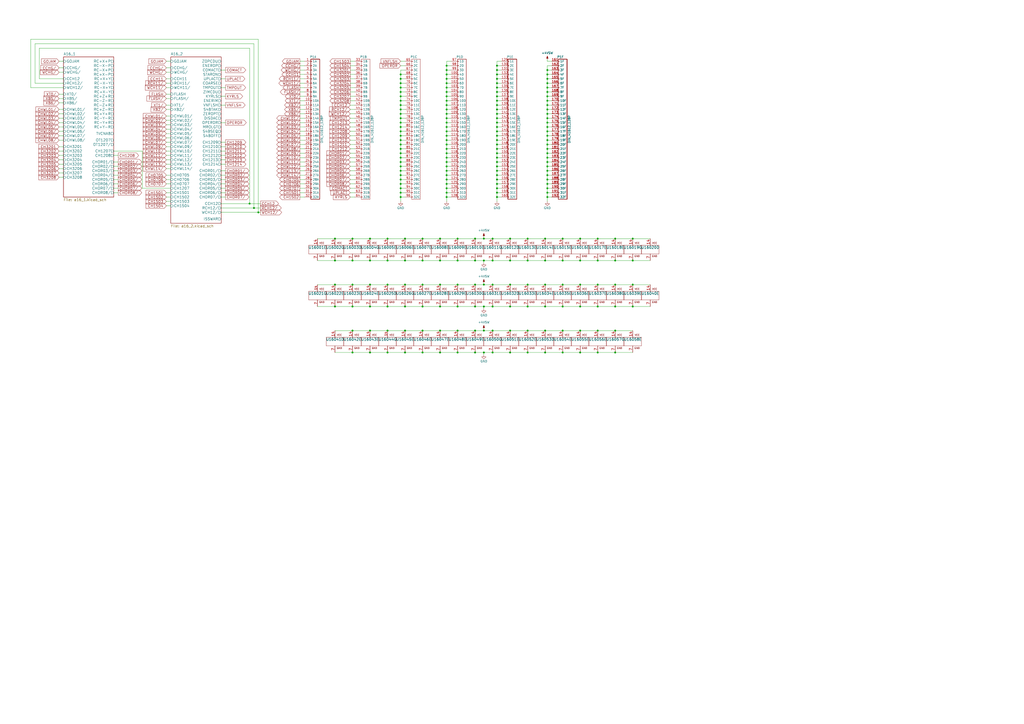
<source format=kicad_sch>
(kicad_sch (version 20211123) (generator eeschema)
  (paper "A2")
  (junction (at 275.59 177.8))
  (junction (at 316.23 191.77))
  (junction (at 204.47 204.47))
  (junction (at 288.29 68.58))
  (junction (at 259.08 48.26))
  (junction (at 288.29 86.36))
  (junction (at 234.95 177.8))
  (junction (at 280.67 177.8))
  (junction (at 326.39 165.1))
  (junction (at 317.5 78.74))
  (junction (at 204.47 165.1))
  (junction (at 317.5 66.04))
  (junction (at 259.08 53.34))
  (junction (at 259.08 96.52))
  (junction (at 232.41 53.34))
  (junction (at 232.41 86.36))
  (junction (at 336.55 165.1))
  (junction (at 259.08 93.98))
  (junction (at 224.79 165.1))
  (junction (at 317.5 106.68))
  (junction (at 232.41 106.68))
  (junction (at 288.29 78.74))
  (junction (at 316.23 151.13))
  (junction (at 317.5 83.82))
  (junction (at 259.08 38.1))
  (junction (at 356.87 204.47))
  (junction (at 280.67 151.13))
  (junction (at 306.07 177.8))
  (junction (at 214.63 151.13))
  (junction (at 295.91 204.47))
  (junction (at 204.47 177.8))
  (junction (at 214.63 165.1))
  (junction (at 288.29 106.68))
  (junction (at 288.29 45.72))
  (junction (at 288.29 104.14))
  (junction (at 259.08 104.14))
  (junction (at 317.5 88.9))
  (junction (at 194.31 151.13))
  (junction (at 317.5 114.3))
  (junction (at 265.43 204.47))
  (junction (at 204.47 191.77))
  (junction (at 336.55 151.13))
  (junction (at 317.5 86.36))
  (junction (at 232.41 48.26))
  (junction (at 275.59 204.47))
  (junction (at 288.29 111.76))
  (junction (at 336.55 138.43))
  (junction (at 317.5 91.44))
  (junction (at 317.5 101.6))
  (junction (at 234.95 191.77))
  (junction (at 234.95 165.1))
  (junction (at 317.5 50.8))
  (junction (at 259.08 45.72))
  (junction (at 280.67 191.77))
  (junction (at 317.5 111.76))
  (junction (at 346.71 151.13))
  (junction (at 317.5 73.66))
  (junction (at 259.08 101.6))
  (junction (at 367.03 151.13))
  (junction (at 255.27 177.8))
  (junction (at 326.39 191.77))
  (junction (at 259.08 109.22))
  (junction (at 317.5 48.26))
  (junction (at 259.08 43.18))
  (junction (at 232.41 96.52))
  (junction (at 356.87 165.1))
  (junction (at 317.5 81.28))
  (junction (at 214.63 204.47))
  (junction (at 288.29 71.12))
  (junction (at 317.5 93.98))
  (junction (at 259.08 76.2))
  (junction (at 317.5 55.88))
  (junction (at 259.08 68.58))
  (junction (at 194.31 177.8))
  (junction (at 214.63 138.43))
  (junction (at 288.29 81.28))
  (junction (at 259.08 50.8))
  (junction (at 346.71 165.1))
  (junction (at 285.75 191.77))
  (junction (at 144.78 118.11))
  (junction (at 316.23 138.43))
  (junction (at 232.41 76.2))
  (junction (at 288.29 55.88))
  (junction (at 275.59 151.13))
  (junction (at 232.41 101.6))
  (junction (at 232.41 63.5))
  (junction (at 245.11 138.43))
  (junction (at 285.75 204.47))
  (junction (at 275.59 191.77))
  (junction (at 232.41 50.8))
  (junction (at 367.03 138.43))
  (junction (at 232.41 45.72))
  (junction (at 288.29 96.52))
  (junction (at 149.86 123.19))
  (junction (at 317.5 43.18))
  (junction (at 288.29 109.22))
  (junction (at 316.23 177.8))
  (junction (at 245.11 151.13))
  (junction (at 194.31 165.1))
  (junction (at 259.08 114.3))
  (junction (at 317.5 109.22))
  (junction (at 259.08 40.64))
  (junction (at 316.23 204.47))
  (junction (at 259.08 91.44))
  (junction (at 234.95 151.13))
  (junction (at 245.11 191.77))
  (junction (at 232.41 111.76))
  (junction (at 326.39 204.47))
  (junction (at 295.91 138.43))
  (junction (at 255.27 165.1))
  (junction (at 356.87 191.77))
  (junction (at 232.41 78.74))
  (junction (at 224.79 204.47))
  (junction (at 245.11 177.8))
  (junction (at 259.08 99.06))
  (junction (at 259.08 78.74))
  (junction (at 306.07 138.43))
  (junction (at 232.41 58.42))
  (junction (at 317.5 53.34))
  (junction (at 295.91 151.13))
  (junction (at 317.5 58.42))
  (junction (at 232.41 83.82))
  (junction (at 317.5 60.96))
  (junction (at 265.43 138.43))
  (junction (at 285.75 151.13))
  (junction (at 288.29 43.18))
  (junction (at 232.41 109.22))
  (junction (at 232.41 93.98))
  (junction (at 232.41 104.14))
  (junction (at 306.07 151.13))
  (junction (at 259.08 60.96))
  (junction (at 285.75 177.8))
  (junction (at 259.08 66.04))
  (junction (at 259.08 63.5))
  (junction (at 255.27 151.13))
  (junction (at 288.29 91.44))
  (junction (at 316.23 165.1))
  (junction (at 288.29 114.3))
  (junction (at 265.43 191.77))
  (junction (at 147.32 120.65))
  (junction (at 255.27 204.47))
  (junction (at 288.29 76.2))
  (junction (at 214.63 191.77))
  (junction (at 317.5 96.52))
  (junction (at 288.29 73.66))
  (junction (at 232.41 71.12))
  (junction (at 259.08 111.76))
  (junction (at 259.08 106.68))
  (junction (at 232.41 66.04))
  (junction (at 295.91 165.1))
  (junction (at 317.5 76.2))
  (junction (at 346.71 204.47))
  (junction (at 232.41 88.9))
  (junction (at 288.29 66.04))
  (junction (at 288.29 93.98))
  (junction (at 295.91 191.77))
  (junction (at 346.71 177.8))
  (junction (at 224.79 191.77))
  (junction (at 326.39 138.43))
  (junction (at 232.41 99.06))
  (junction (at 306.07 204.47))
  (junction (at 288.29 48.26))
  (junction (at 234.95 204.47))
  (junction (at 245.11 165.1))
  (junction (at 259.08 86.36))
  (junction (at 224.79 151.13))
  (junction (at 280.67 204.47))
  (junction (at 326.39 151.13))
  (junction (at 346.71 191.77))
  (junction (at 288.29 60.96))
  (junction (at 317.5 68.58))
  (junction (at 317.5 99.06))
  (junction (at 356.87 151.13))
  (junction (at 288.29 99.06))
  (junction (at 232.41 81.28))
  (junction (at 306.07 191.77))
  (junction (at 275.59 138.43))
  (junction (at 346.71 138.43))
  (junction (at 306.07 165.1))
  (junction (at 245.11 204.47))
  (junction (at 367.03 177.8))
  (junction (at 232.41 68.58))
  (junction (at 288.29 88.9))
  (junction (at 265.43 165.1))
  (junction (at 232.41 91.44))
  (junction (at 288.29 58.42))
  (junction (at 259.08 88.9))
  (junction (at 356.87 177.8))
  (junction (at 317.5 104.14))
  (junction (at 232.41 43.18))
  (junction (at 356.87 138.43))
  (junction (at 265.43 151.13))
  (junction (at 288.29 83.82))
  (junction (at 317.5 71.12))
  (junction (at 232.41 114.3))
  (junction (at 259.08 83.82))
  (junction (at 288.29 50.8))
  (junction (at 288.29 40.64))
  (junction (at 255.27 138.43))
  (junction (at 259.08 71.12))
  (junction (at 265.43 177.8))
  (junction (at 288.29 63.5))
  (junction (at 288.29 38.1))
  (junction (at 259.08 55.88))
  (junction (at 288.29 101.6))
  (junction (at 275.59 165.1))
  (junction (at 295.91 177.8))
  (junction (at 234.95 138.43))
  (junction (at 326.39 177.8))
  (junction (at 317.5 45.72))
  (junction (at 285.75 138.43))
  (junction (at 259.08 81.28))
  (junction (at 280.67 138.43))
  (junction (at 194.31 138.43))
  (junction (at 259.08 58.42))
  (junction (at 224.79 177.8))
  (junction (at 232.41 73.66))
  (junction (at 285.75 165.1))
  (junction (at 204.47 138.43))
  (junction (at 367.03 165.1))
  (junction (at 224.79 138.43))
  (junction (at 214.63 177.8))
  (junction (at 317.5 63.5))
  (junction (at 280.67 165.1))
  (junction (at 232.41 55.88))
  (junction (at 336.55 191.77))
  (junction (at 317.5 40.64))
  (junction (at 336.55 177.8))
  (junction (at 255.27 191.77))
  (junction (at 232.41 60.96))
  (junction (at 336.55 204.47))
  (junction (at 259.08 73.66))
  (junction (at 204.47 151.13))
  (junction (at 288.29 53.34))
  (wire (pts (xy 280.67 190.5) (xy 280.67 191.77)))
  (wire (pts (xy 317.5 109.22) (xy 320.04 109.22)))
  (wire (pts (xy 377.19 177.8) (xy 367.03 177.8)))
  (wire (pts (xy 203.2 53.34) (xy 205.74 53.34)))
  (wire (pts (xy 232.41 50.8) (xy 232.41 53.34)))
  (wire (pts (xy 232.41 78.74) (xy 234.95 78.74)))
  (wire (pts (xy 288.29 88.9) (xy 288.29 91.44)))
  (wire (pts (xy 317.5 45.72) (xy 320.04 45.72)))
  (wire (pts (xy 245.11 138.43) (xy 255.27 138.43)))
  (wire (pts (xy 317.5 35.56) (xy 317.5 34.29)))
  (wire (pts (xy 232.41 55.88) (xy 234.95 55.88)))
  (wire (pts (xy 203.2 45.72) (xy 205.74 45.72)))
  (wire (pts (xy 259.08 66.04) (xy 261.62 66.04)))
  (wire (pts (xy 234.95 204.47) (xy 224.79 204.47)))
  (wire (pts (xy 232.41 83.82) (xy 232.41 86.36)))
  (wire (pts (xy 96.52 77.47) (xy 99.06 77.47)))
  (wire (pts (xy 205.74 93.98) (xy 203.2 93.98)))
  (wire (pts (xy 34.29 97.79) (xy 36.83 97.79)))
  (wire (pts (xy 96.52 80.01) (xy 99.06 80.01)))
  (wire (pts (xy 173.99 60.96) (xy 176.53 60.96)))
  (wire (pts (xy 232.41 114.3) (xy 232.41 116.84)))
  (wire (pts (xy 317.5 66.04) (xy 320.04 66.04)))
  (wire (pts (xy 96.52 57.15) (xy 99.06 57.15)))
  (wire (pts (xy 288.29 104.14) (xy 288.29 106.68)))
  (wire (pts (xy 259.08 88.9) (xy 261.62 88.9)))
  (wire (pts (xy 259.08 111.76) (xy 259.08 114.3)))
  (wire (pts (xy 259.08 104.14) (xy 261.62 104.14)))
  (wire (pts (xy 317.5 91.44) (xy 317.5 93.98)))
  (wire (pts (xy 288.29 93.98) (xy 290.83 93.98)))
  (wire (pts (xy 290.83 35.56) (xy 288.29 35.56)))
  (wire (pts (xy 265.43 177.8) (xy 255.27 177.8)))
  (wire (pts (xy 173.99 99.06) (xy 176.53 99.06)))
  (wire (pts (xy 205.74 66.04) (xy 203.2 66.04)))
  (wire (pts (xy 317.5 86.36) (xy 317.5 88.9)))
  (wire (pts (xy 232.41 101.6) (xy 234.95 101.6)))
  (wire (pts (xy 317.5 55.88) (xy 320.04 55.88)))
  (wire (pts (xy 232.41 78.74) (xy 232.41 81.28)))
  (wire (pts (xy 173.99 91.44) (xy 176.53 91.44)))
  (wire (pts (xy 288.29 38.1) (xy 288.29 40.64)))
  (wire (pts (xy 336.55 191.77) (xy 346.71 191.77)))
  (wire (pts (xy 259.08 68.58) (xy 259.08 71.12)))
  (wire (pts (xy 34.29 57.15) (xy 36.83 57.15)))
  (wire (pts (xy 317.5 50.8) (xy 320.04 50.8)))
  (wire (pts (xy 232.41 48.26) (xy 232.41 50.8)))
  (wire (pts (xy 288.29 111.76) (xy 290.83 111.76)))
  (wire (pts (xy 128.27 123.19) (xy 149.86 123.19)))
  (wire (pts (xy 288.29 50.8) (xy 290.83 50.8)))
  (wire (pts (xy 259.08 109.22) (xy 261.62 109.22)))
  (wire (pts (xy 204.47 177.8) (xy 194.31 177.8)))
  (wire (pts (xy 96.52 72.39) (xy 99.06 72.39)))
  (wire (pts (xy 346.71 151.13) (xy 336.55 151.13)))
  (wire (pts (xy 173.99 40.64) (xy 176.53 40.64)))
  (wire (pts (xy 224.79 177.8) (xy 214.63 177.8)))
  (wire (pts (xy 288.29 35.56) (xy 288.29 38.1)))
  (wire (pts (xy 34.29 59.69) (xy 36.83 59.69)))
  (wire (pts (xy 367.03 204.47) (xy 356.87 204.47)))
  (wire (pts (xy 255.27 151.13) (xy 245.11 151.13)))
  (wire (pts (xy 232.41 106.68) (xy 232.41 109.22)))
  (wire (pts (xy 288.29 78.74) (xy 288.29 81.28)))
  (wire (pts (xy 336.55 151.13) (xy 326.39 151.13)))
  (wire (pts (xy 66.04 109.22) (xy 68.58 109.22)))
  (wire (pts (xy 96.52 85.09) (xy 99.06 85.09)))
  (wire (pts (xy 234.95 191.77) (xy 245.11 191.77)))
  (wire (pts (xy 205.74 109.22) (xy 203.2 109.22)))
  (wire (pts (xy 288.29 55.88) (xy 288.29 58.42)))
  (wire (pts (xy 255.27 191.77) (xy 265.43 191.77)))
  (wire (pts (xy 205.74 71.12) (xy 203.2 71.12)))
  (wire (pts (xy 288.29 63.5) (xy 290.83 63.5)))
  (wire (pts (xy 173.99 48.26) (xy 176.53 48.26)))
  (wire (pts (xy 320.04 38.1) (xy 317.5 38.1)))
  (wire (pts (xy 346.71 165.1) (xy 356.87 165.1)))
  (wire (pts (xy 317.5 86.36) (xy 320.04 86.36)))
  (wire (pts (xy 232.41 111.76) (xy 234.95 111.76)))
  (wire (pts (xy 317.5 78.74) (xy 317.5 81.28)))
  (wire (pts (xy 205.74 99.06) (xy 203.2 99.06)))
  (wire (pts (xy 82.55 87.63) (xy 82.55 109.22)))
  (wire (pts (xy 232.41 99.06) (xy 232.41 101.6)))
  (wire (pts (xy 232.41 68.58) (xy 234.95 68.58)))
  (wire (pts (xy 232.41 114.3) (xy 234.95 114.3)))
  (wire (pts (xy 173.99 63.5) (xy 176.53 63.5)))
  (wire (pts (xy 265.43 204.47) (xy 255.27 204.47)))
  (wire (pts (xy 317.5 73.66) (xy 317.5 76.2)))
  (wire (pts (xy 128.27 109.22) (xy 130.81 109.22)))
  (wire (pts (xy 280.67 151.13) (xy 275.59 151.13)))
  (wire (pts (xy 194.31 191.77) (xy 204.47 191.77)))
  (wire (pts (xy 232.41 76.2) (xy 232.41 78.74)))
  (wire (pts (xy 306.07 177.8) (xy 295.91 177.8)))
  (wire (pts (xy 288.29 48.26) (xy 290.83 48.26)))
  (wire (pts (xy 205.74 106.68) (xy 203.2 106.68)))
  (wire (pts (xy 34.29 35.56) (xy 36.83 35.56)))
  (wire (pts (xy 96.52 92.71) (xy 99.06 92.71)))
  (wire (pts (xy 336.55 138.43) (xy 346.71 138.43)))
  (wire (pts (xy 356.87 165.1) (xy 367.03 165.1)))
  (wire (pts (xy 128.27 87.63) (xy 130.81 87.63)))
  (wire (pts (xy 20.32 25.4) (xy 20.32 48.26)))
  (wire (pts (xy 259.08 91.44) (xy 259.08 93.98)))
  (wire (pts (xy 96.52 45.72) (xy 99.06 45.72)))
  (wire (pts (xy 288.29 111.76) (xy 288.29 114.3)))
  (wire (pts (xy 317.5 99.06) (xy 317.5 101.6)))
  (wire (pts (xy 34.29 92.71) (xy 36.83 92.71)))
  (wire (pts (xy 128.27 104.14) (xy 130.81 104.14)))
  (wire (pts (xy 34.29 39.37) (xy 36.83 39.37)))
  (wire (pts (xy 205.74 114.3) (xy 203.2 114.3)))
  (wire (pts (xy 147.32 25.4) (xy 20.32 25.4)))
  (wire (pts (xy 259.08 45.72) (xy 259.08 48.26)))
  (wire (pts (xy 317.5 88.9) (xy 317.5 91.44)))
  (wire (pts (xy 205.74 83.82) (xy 203.2 83.82)))
  (wire (pts (xy 290.83 38.1) (xy 288.29 38.1)))
  (wire (pts (xy 205.74 73.66) (xy 203.2 73.66)))
  (wire (pts (xy 288.29 114.3) (xy 290.83 114.3)))
  (wire (pts (xy 128.27 55.88) (xy 130.81 55.88)))
  (wire (pts (xy 245.11 177.8) (xy 234.95 177.8)))
  (wire (pts (xy 173.99 93.98) (xy 176.53 93.98)))
  (wire (pts (xy 204.47 191.77) (xy 214.63 191.77)))
  (wire (pts (xy 173.99 101.6) (xy 176.53 101.6)))
  (wire (pts (xy 128.27 99.06) (xy 130.81 99.06)))
  (wire (pts (xy 265.43 138.43) (xy 275.59 138.43)))
  (wire (pts (xy 173.99 71.12) (xy 176.53 71.12)))
  (wire (pts (xy 232.41 71.12) (xy 232.41 73.66)))
  (wire (pts (xy 232.41 73.66) (xy 232.41 76.2)))
  (wire (pts (xy 232.41 96.52) (xy 234.95 96.52)))
  (wire (pts (xy 232.41 71.12) (xy 234.95 71.12)))
  (wire (pts (xy 317.5 45.72) (xy 317.5 48.26)))
  (wire (pts (xy 259.08 60.96) (xy 259.08 63.5)))
  (wire (pts (xy 288.29 101.6) (xy 288.29 104.14)))
  (wire (pts (xy 34.29 81.28) (xy 36.83 81.28)))
  (wire (pts (xy 259.08 35.56) (xy 259.08 38.1)))
  (wire (pts (xy 96.52 35.56) (xy 99.06 35.56)))
  (wire (pts (xy 224.79 138.43) (xy 234.95 138.43)))
  (wire (pts (xy 194.31 138.43) (xy 204.47 138.43)))
  (wire (pts (xy 259.08 48.26) (xy 261.62 48.26)))
  (wire (pts (xy 203.2 48.26) (xy 205.74 48.26)))
  (wire (pts (xy 96.52 50.8) (xy 99.06 50.8)))
  (wire (pts (xy 275.59 138.43) (xy 280.67 138.43)))
  (wire (pts (xy 224.79 204.47) (xy 214.63 204.47)))
  (wire (pts (xy 275.59 177.8) (xy 265.43 177.8)))
  (wire (pts (xy 259.08 93.98) (xy 259.08 96.52)))
  (wire (pts (xy 317.5 91.44) (xy 320.04 91.44)))
  (wire (pts (xy 128.27 92.71) (xy 130.81 92.71)))
  (wire (pts (xy 184.15 165.1) (xy 194.31 165.1)))
  (wire (pts (xy 326.39 204.47) (xy 316.23 204.47)))
  (wire (pts (xy 259.08 53.34) (xy 261.62 53.34)))
  (wire (pts (xy 317.5 43.18) (xy 317.5 45.72)))
  (wire (pts (xy 234.95 35.56) (xy 232.41 35.56)))
  (wire (pts (xy 96.52 114.3) (xy 99.06 114.3)))
  (wire (pts (xy 326.39 191.77) (xy 336.55 191.77)))
  (wire (pts (xy 173.99 35.56) (xy 176.53 35.56)))
  (wire (pts (xy 255.27 204.47) (xy 245.11 204.47)))
  (wire (pts (xy 317.5 68.58) (xy 320.04 68.58)))
  (wire (pts (xy 234.95 165.1) (xy 245.11 165.1)))
  (wire (pts (xy 317.5 71.12) (xy 320.04 71.12)))
  (wire (pts (xy 203.2 40.64) (xy 205.74 40.64)))
  (wire (pts (xy 316.23 138.43) (xy 326.39 138.43)))
  (wire (pts (xy 34.29 85.09) (xy 36.83 85.09)))
  (wire (pts (xy 204.47 138.43) (xy 214.63 138.43)))
  (wire (pts (xy 147.32 120.65) (xy 147.32 25.4)))
  (wire (pts (xy 224.79 191.77) (xy 234.95 191.77)))
  (wire (pts (xy 224.79 151.13) (xy 214.63 151.13)))
  (wire (pts (xy 259.08 106.68) (xy 259.08 109.22)))
  (wire (pts (xy 317.5 50.8) (xy 317.5 53.34)))
  (wire (pts (xy 205.74 86.36) (xy 203.2 86.36)))
  (wire (pts (xy 96.52 74.93) (xy 99.06 74.93)))
  (wire (pts (xy 288.29 114.3) (xy 288.29 116.84)))
  (wire (pts (xy 306.07 138.43) (xy 316.23 138.43)))
  (wire (pts (xy 232.41 53.34) (xy 232.41 55.88)))
  (wire (pts (xy 66.04 101.6) (xy 68.58 101.6)))
  (wire (pts (xy 96.52 95.25) (xy 99.06 95.25)))
  (wire (pts (xy 317.5 76.2) (xy 317.5 78.74)))
  (wire (pts (xy 232.41 88.9) (xy 232.41 91.44)))
  (wire (pts (xy 232.41 50.8) (xy 234.95 50.8)))
  (wire (pts (xy 34.29 41.91) (xy 36.83 41.91)))
  (wire (pts (xy 128.27 106.68) (xy 130.81 106.68)))
  (wire (pts (xy 288.29 53.34) (xy 290.83 53.34)))
  (wire (pts (xy 205.74 68.58) (xy 203.2 68.58)))
  (wire (pts (xy 232.41 66.04) (xy 232.41 68.58)))
  (wire (pts (xy 288.29 86.36) (xy 288.29 88.9)))
  (wire (pts (xy 149.86 123.19) (xy 151.13 123.19)))
  (wire (pts (xy 173.99 96.52) (xy 176.53 96.52)))
  (wire (pts (xy 232.41 81.28) (xy 232.41 83.82)))
  (wire (pts (xy 96.52 41.91) (xy 99.06 41.91)))
  (wire (pts (xy 288.29 71.12) (xy 290.83 71.12)))
  (wire (pts (xy 147.32 120.65) (xy 151.13 120.65)))
  (wire (pts (xy 317.5 111.76) (xy 320.04 111.76)))
  (wire (pts (xy 326.39 151.13) (xy 316.23 151.13)))
  (wire (pts (xy 96.52 116.84) (xy 99.06 116.84)))
  (wire (pts (xy 285.75 138.43) (xy 295.91 138.43)))
  (wire (pts (xy 316.23 165.1) (xy 326.39 165.1)))
  (wire (pts (xy 173.99 109.22) (xy 176.53 109.22)))
  (wire (pts (xy 128.27 95.25) (xy 130.81 95.25)))
  (wire (pts (xy 367.03 138.43) (xy 377.19 138.43)))
  (wire (pts (xy 173.99 45.72) (xy 176.53 45.72)))
  (wire (pts (xy 66.04 93.98) (xy 68.58 93.98)))
  (wire (pts (xy 128.27 40.64) (xy 130.81 40.64)))
  (wire (pts (xy 317.5 71.12) (xy 317.5 73.66)))
  (wire (pts (xy 259.08 50.8) (xy 261.62 50.8)))
  (wire (pts (xy 203.2 38.1) (xy 205.74 38.1)))
  (wire (pts (xy 173.99 88.9) (xy 176.53 88.9)))
  (wire (pts (xy 259.08 76.2) (xy 261.62 76.2)))
  (wire (pts (xy 203.2 55.88) (xy 205.74 55.88)))
  (wire (pts (xy 317.5 96.52) (xy 317.5 99.06)))
  (wire (pts (xy 306.07 191.77) (xy 316.23 191.77)))
  (wire (pts (xy 232.41 91.44) (xy 234.95 91.44)))
  (wire (pts (xy 288.29 58.42) (xy 290.83 58.42)))
  (wire (pts (xy 232.41 45.72) (xy 232.41 48.26)))
  (wire (pts (xy 173.99 58.42) (xy 176.53 58.42)))
  (wire (pts (xy 259.08 81.28) (xy 261.62 81.28)))
  (wire (pts (xy 288.29 106.68) (xy 288.29 109.22)))
  (wire (pts (xy 259.08 73.66) (xy 261.62 73.66)))
  (wire (pts (xy 205.74 104.14) (xy 203.2 104.14)))
  (wire (pts (xy 316.23 191.77) (xy 326.39 191.77)))
  (wire (pts (xy 317.5 83.82) (xy 317.5 86.36)))
  (wire (pts (xy 214.63 177.8) (xy 204.47 177.8)))
  (wire (pts (xy 295.91 191.77) (xy 306.07 191.77)))
  (wire (pts (xy 356.87 204.47) (xy 346.71 204.47)))
  (wire (pts (xy 232.41 83.82) (xy 234.95 83.82)))
  (wire (pts (xy 316.23 177.8) (xy 306.07 177.8)))
  (wire (pts (xy 288.29 45.72) (xy 288.29 48.26)))
  (wire (pts (xy 288.29 73.66) (xy 288.29 76.2)))
  (wire (pts (xy 346.71 138.43) (xy 356.87 138.43)))
  (wire (pts (xy 285.75 191.77) (xy 295.91 191.77)))
  (wire (pts (xy 34.29 71.12) (xy 36.83 71.12)))
  (wire (pts (xy 288.29 48.26) (xy 288.29 50.8)))
  (wire (pts (xy 288.29 43.18) (xy 290.83 43.18)))
  (wire (pts (xy 34.29 90.17) (xy 36.83 90.17)))
  (wire (pts (xy 280.67 204.47) (xy 275.59 204.47)))
  (wire (pts (xy 259.08 101.6) (xy 259.08 104.14)))
  (wire (pts (xy 288.29 96.52) (xy 290.83 96.52)))
  (wire (pts (xy 317.5 114.3) (xy 320.04 114.3)))
  (wire (pts (xy 280.67 204.47) (xy 280.67 205.74)))
  (wire (pts (xy 288.29 106.68) (xy 290.83 106.68)))
  (wire (pts (xy 259.08 101.6) (xy 261.62 101.6)))
  (wire (pts (xy 259.08 45.72) (xy 261.62 45.72)))
  (wire (pts (xy 144.78 118.11) (xy 151.13 118.11)))
  (wire (pts (xy 232.41 111.76) (xy 232.41 114.3)))
  (wire (pts (xy 317.5 96.52) (xy 320.04 96.52)))
  (wire (pts (xy 317.5 106.68) (xy 317.5 109.22)))
  (wire (pts (xy 259.08 114.3) (xy 259.08 116.84)))
  (wire (pts (xy 173.99 106.68) (xy 176.53 106.68)))
  (wire (pts (xy 259.08 58.42) (xy 259.08 60.96)))
  (wire (pts (xy 288.29 63.5) (xy 288.29 66.04)))
  (wire (pts (xy 173.99 38.1) (xy 176.53 38.1)))
  (wire (pts (xy 96.52 111.76) (xy 99.06 111.76)))
  (wire (pts (xy 232.41 91.44) (xy 232.41 93.98)))
  (wire (pts (xy 34.29 100.33) (xy 36.83 100.33)))
  (wire (pts (xy 346.71 177.8) (xy 336.55 177.8)))
  (wire (pts (xy 66.04 104.14) (xy 68.58 104.14)))
  (wire (pts (xy 34.29 66.04) (xy 36.83 66.04)))
  (wire (pts (xy 204.47 204.47) (xy 194.31 204.47)))
  (wire (pts (xy 288.29 76.2) (xy 288.29 78.74)))
  (wire (pts (xy 336.55 165.1) (xy 346.71 165.1)))
  (wire (pts (xy 203.2 50.8) (xy 205.74 50.8)))
  (wire (pts (xy 259.08 86.36) (xy 259.08 88.9)))
  (wire (pts (xy 259.08 88.9) (xy 259.08 91.44)))
  (wire (pts (xy 317.5 60.96) (xy 317.5 63.5)))
  (wire (pts (xy 232.41 40.64) (xy 232.41 43.18)))
  (wire (pts (xy 173.99 114.3) (xy 176.53 114.3)))
  (wire (pts (xy 288.29 40.64) (xy 288.29 43.18)))
  (wire (pts (xy 280.67 177.8) (xy 280.67 179.07)))
  (wire (pts (xy 203.2 35.56) (xy 205.74 35.56)))
  (wire (pts (xy 280.67 165.1) (xy 285.75 165.1)))
  (wire (pts (xy 214.63 204.47) (xy 204.47 204.47)))
  (wire (pts (xy 259.08 40.64) (xy 261.62 40.64)))
  (wire (pts (xy 288.29 40.64) (xy 290.83 40.64)))
  (wire (pts (xy 280.67 151.13) (xy 280.67 152.4)))
  (wire (pts (xy 288.29 43.18) (xy 288.29 45.72)))
  (wire (pts (xy 295.91 138.43) (xy 306.07 138.43)))
  (wire (pts (xy 66.04 106.68) (xy 68.58 106.68)))
  (wire (pts (xy 259.08 43.18) (xy 259.08 45.72)))
  (wire (pts (xy 232.41 86.36) (xy 232.41 88.9)))
  (wire (pts (xy 261.62 35.56) (xy 259.08 35.56)))
  (wire (pts (xy 205.74 63.5) (xy 203.2 63.5)))
  (wire (pts (xy 259.08 86.36) (xy 261.62 86.36)))
  (wire (pts (xy 96.52 54.61) (xy 99.06 54.61)))
  (wire (pts (xy 173.99 73.66) (xy 176.53 73.66)))
  (wire (pts (xy 205.74 111.76) (xy 203.2 111.76)))
  (wire (pts (xy 96.52 60.96) (xy 99.06 60.96)))
  (wire (pts (xy 128.27 50.8) (xy 130.81 50.8)))
  (wire (pts (xy 288.29 99.06) (xy 290.83 99.06)))
  (wire (pts (xy 259.08 60.96) (xy 261.62 60.96)))
  (wire (pts (xy 245.11 165.1) (xy 255.27 165.1)))
  (wire (pts (xy 317.5 73.66) (xy 320.04 73.66)))
  (wire (pts (xy 326.39 138.43) (xy 336.55 138.43)))
  (wire (pts (xy 259.08 83.82) (xy 261.62 83.82)))
  (wire (pts (xy 320.04 40.64) (xy 317.5 40.64)))
  (wire (pts (xy 317.5 114.3) (xy 317.5 116.84)))
  (wire (pts (xy 317.5 109.22) (xy 317.5 111.76)))
  (wire (pts (xy 232.41 104.14) (xy 232.41 106.68)))
  (wire (pts (xy 204.47 165.1) (xy 214.63 165.1)))
  (wire (pts (xy 275.59 165.1) (xy 280.67 165.1)))
  (wire (pts (xy 194.31 151.13) (xy 184.15 151.13)))
  (wire (pts (xy 96.52 87.63) (xy 99.06 87.63)))
  (wire (pts (xy 173.99 83.82) (xy 176.53 83.82)))
  (wire (pts (xy 288.29 66.04) (xy 288.29 68.58)))
  (wire (pts (xy 224.79 165.1) (xy 234.95 165.1)))
  (wire (pts (xy 367.03 177.8) (xy 356.87 177.8)))
  (wire (pts (xy 232.41 63.5) (xy 232.41 66.04)))
  (wire (pts (xy 288.29 55.88) (xy 290.83 55.88)))
  (wire (pts (xy 66.04 111.76) (xy 68.58 111.76)))
  (wire (pts (xy 288.29 50.8) (xy 288.29 53.34)))
  (wire (pts (xy 317.5 83.82) (xy 320.04 83.82)))
  (wire (pts (xy 232.41 55.88) (xy 232.41 58.42)))
  (wire (pts (xy 259.08 76.2) (xy 259.08 78.74)))
  (wire (pts (xy 232.41 104.14) (xy 234.95 104.14)))
  (wire (pts (xy 205.74 88.9) (xy 203.2 88.9)))
  (wire (pts (xy 96.52 97.79) (xy 99.06 97.79)))
  (wire (pts (xy 34.29 76.2) (xy 36.83 76.2)))
  (wire (pts (xy 96.52 82.55) (xy 99.06 82.55)))
  (wire (pts (xy 275.59 191.77) (xy 280.67 191.77)))
  (wire (pts (xy 22.86 27.94) (xy 22.86 45.72)))
  (wire (pts (xy 280.67 177.8) (xy 275.59 177.8)))
  (wire (pts (xy 306.07 165.1) (xy 316.23 165.1)))
  (wire (pts (xy 96.52 119.38) (xy 99.06 119.38)))
  (wire (pts (xy 259.08 99.06) (xy 261.62 99.06)))
  (wire (pts (xy 232.41 68.58) (xy 232.41 71.12)))
  (wire (pts (xy 82.55 109.22) (xy 99.06 109.22)))
  (wire (pts (xy 288.29 81.28) (xy 290.83 81.28)))
  (wire (pts (xy 288.29 101.6) (xy 290.83 101.6)))
  (wire (pts (xy 66.04 99.06) (xy 68.58 99.06)))
  (wire (pts (xy 173.99 43.18) (xy 176.53 43.18)))
  (wire (pts (xy 232.41 93.98) (xy 232.41 96.52)))
  (wire (pts (xy 336.55 204.47) (xy 326.39 204.47)))
  (wire (pts (xy 377.19 151.13) (xy 367.03 151.13)))
  (wire (pts (xy 232.41 109.22) (xy 232.41 111.76)))
  (wire (pts (xy 317.5 40.64) (xy 317.5 43.18)))
  (wire (pts (xy 259.08 71.12) (xy 261.62 71.12)))
  (wire (pts (xy 280.67 137.16) (xy 280.67 138.43)))
  (wire (pts (xy 288.29 58.42) (xy 288.29 60.96)))
  (wire (pts (xy 259.08 93.98) (xy 261.62 93.98)))
  (wire (pts (xy 317.5 93.98) (xy 320.04 93.98)))
  (wire (pts (xy 288.29 86.36) (xy 290.83 86.36)))
  (wire (pts (xy 214.63 191.77) (xy 224.79 191.77)))
  (wire (pts (xy 288.29 96.52) (xy 288.29 99.06)))
  (wire (pts (xy 96.52 67.31) (xy 99.06 67.31)))
  (wire (pts (xy 288.29 109.22) (xy 290.83 109.22)))
  (wire (pts (xy 259.08 50.8) (xy 259.08 53.34)))
  (wire (pts (xy 275.59 151.13) (xy 265.43 151.13)))
  (wire (pts (xy 317.5 43.18) (xy 320.04 43.18)))
  (wire (pts (xy 34.29 87.63) (xy 36.83 87.63)))
  (wire (pts (xy 232.41 96.52) (xy 232.41 99.06)))
  (wire (pts (xy 232.41 58.42) (xy 232.41 60.96)))
  (wire (pts (xy 317.5 106.68) (xy 320.04 106.68)))
  (wire (pts (xy 245.11 191.77) (xy 255.27 191.77)))
  (wire (pts (xy 96.52 39.37) (xy 99.06 39.37)))
  (wire (pts (xy 317.5 53.34) (xy 317.5 55.88)))
  (wire (pts (xy 17.78 50.8) (xy 36.83 50.8)))
  (wire (pts (xy 259.08 73.66) (xy 259.08 76.2)))
  (wire (pts (xy 232.41 93.98) (xy 234.95 93.98)))
  (wire (pts (xy 173.99 81.28) (xy 176.53 81.28)))
  (wire (pts (xy 259.08 63.5) (xy 261.62 63.5)))
  (wire (pts (xy 259.08 96.52) (xy 259.08 99.06)))
  (wire (pts (xy 317.5 58.42) (xy 320.04 58.42)))
  (wire (pts (xy 255.27 177.8) (xy 245.11 177.8)))
  (wire (pts (xy 173.99 111.76) (xy 176.53 111.76)))
  (wire (pts (xy 232.41 40.64) (xy 234.95 40.64)))
  (wire (pts (xy 96.52 69.85) (xy 99.06 69.85)))
  (wire (pts (xy 285.75 151.13) (xy 280.67 151.13)))
  (wire (pts (xy 259.08 99.06) (xy 259.08 101.6)))
  (wire (pts (xy 144.78 118.11) (xy 144.78 27.94)))
  (wire (pts (xy 144.78 27.94) (xy 22.86 27.94)))
  (wire (pts (xy 288.29 91.44) (xy 290.83 91.44)))
  (wire (pts (xy 261.62 38.1) (xy 259.08 38.1)))
  (wire (pts (xy 128.27 120.65) (xy 147.32 120.65)))
  (wire (pts (xy 34.29 68.58) (xy 36.83 68.58)))
  (wire (pts (xy 245.11 151.13) (xy 234.95 151.13)))
  (wire (pts (xy 326.39 165.1) (xy 336.55 165.1)))
  (wire (pts (xy 232.41 109.22) (xy 234.95 109.22)))
  (wire (pts (xy 259.08 66.04) (xy 259.08 68.58)))
  (wire (pts (xy 173.99 76.2) (xy 176.53 76.2)))
  (wire (pts (xy 128.27 71.12) (xy 130.81 71.12)))
  (wire (pts (xy 194.31 165.1) (xy 204.47 165.1)))
  (wire (pts (xy 128.27 82.55) (xy 130.81 82.55)))
  (wire (pts (xy 173.99 68.58) (xy 176.53 68.58)))
  (wire (pts (xy 317.5 99.06) (xy 320.04 99.06)))
  (wire (pts (xy 288.29 53.34) (xy 288.29 55.88)))
  (wire (pts (xy 259.08 111.76) (xy 261.62 111.76)))
  (wire (pts (xy 285.75 177.8) (xy 280.67 177.8)))
  (wire (pts (xy 234.95 138.43) (xy 245.11 138.43)))
  (wire (pts (xy 232.41 86.36) (xy 234.95 86.36)))
  (wire (pts (xy 259.08 81.28) (xy 259.08 83.82)))
  (wire (pts (xy 232.41 66.04) (xy 234.95 66.04)))
  (wire (pts (xy 214.63 165.1) (xy 224.79 165.1)))
  (wire (pts (xy 288.29 73.66) (xy 290.83 73.66)))
  (wire (pts (xy 34.29 73.66) (xy 36.83 73.66)))
  (wire (pts (xy 96.52 63.5) (xy 99.06 63.5)))
  (wire (pts (xy 317.5 58.42) (xy 317.5 60.96)))
  (wire (pts (xy 317.5 76.2) (xy 320.04 76.2)))
  (wire (pts (xy 22.86 45.72) (xy 36.83 45.72)))
  (wire (pts (xy 295.91 165.1) (xy 306.07 165.1)))
  (wire (pts (xy 214.63 138.43) (xy 224.79 138.43)))
  (wire (pts (xy 259.08 40.64) (xy 259.08 43.18)))
  (wire (pts (xy 259.08 38.1) (xy 259.08 40.64)))
  (wire (pts (xy 259.08 91.44) (xy 261.62 91.44)))
  (wire (pts (xy 367.03 165.1) (xy 377.19 165.1)))
  (wire (pts (xy 128.27 45.72) (xy 130.81 45.72)))
  (wire (pts (xy 288.29 83.82) (xy 288.29 86.36)))
  (wire (pts (xy 306.07 204.47) (xy 295.91 204.47)))
  (wire (pts (xy 96.52 106.68) (xy 99.06 106.68)))
  (wire (pts (xy 288.29 109.22) (xy 288.29 111.76)))
  (wire (pts (xy 317.5 60.96) (xy 320.04 60.96)))
  (wire (pts (xy 265.43 151.13) (xy 255.27 151.13)))
  (wire (pts (xy 214.63 151.13) (xy 204.47 151.13)))
  (wire (pts (xy 232.41 99.06) (xy 234.95 99.06)))
  (wire (pts (xy 34.29 63.5) (xy 36.83 63.5)))
  (wire (pts (xy 232.41 63.5) (xy 234.95 63.5)))
  (wire (pts (xy 34.29 95.25) (xy 36.83 95.25)))
  (wire (pts (xy 203.2 58.42) (xy 205.74 58.42)))
  (wire (pts (xy 317.5 68.58) (xy 317.5 71.12)))
  (wire (pts (xy 205.74 101.6) (xy 203.2 101.6)))
  (wire (pts (xy 128.27 111.76) (xy 130.81 111.76)))
  (wire (pts (xy 288.29 66.04) (xy 290.83 66.04)))
  (wire (pts (xy 288.29 88.9) (xy 290.83 88.9)))
  (wire (pts (xy 317.5 88.9) (xy 320.04 88.9)))
  (wire (pts (xy 259.08 53.34) (xy 259.08 55.88)))
  (wire (pts (xy 317.5 93.98) (xy 317.5 96.52)))
  (wire (pts (xy 232.41 48.26) (xy 234.95 48.26)))
  (wire (pts (xy 285.75 165.1) (xy 295.91 165.1)))
  (wire (pts (xy 255.27 138.43) (xy 265.43 138.43)))
  (wire (pts (xy 128.27 114.3) (xy 130.81 114.3)))
  (wire (pts (xy 346.71 204.47) (xy 336.55 204.47)))
  (wire (pts (xy 288.29 68.58) (xy 290.83 68.58)))
  (wire (pts (xy 259.08 114.3) (xy 261.62 114.3)))
  (wire (pts (xy 205.74 96.52) (xy 203.2 96.52)))
  (wire (pts (xy 173.99 78.74) (xy 176.53 78.74)))
  (wire (pts (xy 232.41 76.2) (xy 234.95 76.2)))
  (wire (pts (xy 232.41 43.18) (xy 234.95 43.18)))
  (wire (pts (xy 245.11 204.47) (xy 234.95 204.47)))
  (wire (pts (xy 317.5 104.14) (xy 317.5 106.68)))
  (wire (pts (xy 66.04 96.52) (xy 68.58 96.52)))
  (wire (pts (xy 17.78 22.86) (xy 17.78 50.8)))
  (wire (pts (xy 259.08 48.26) (xy 259.08 50.8)))
  (wire (pts (xy 234.95 177.8) (xy 224.79 177.8)))
  (wire (pts (xy 173.99 104.14) (xy 176.53 104.14)))
  (wire (pts (xy 173.99 50.8) (xy 176.53 50.8)))
  (wire (pts (xy 280.67 191.77) (xy 285.75 191.77)))
  (wire (pts (xy 232.41 101.6) (xy 232.41 104.14)))
  (wire (pts (xy 288.29 78.74) (xy 290.83 78.74)))
  (wire (pts (xy 295.91 204.47) (xy 285.75 204.47)))
  (wire (pts (xy 317.5 63.5) (xy 320.04 63.5)))
  (wire (pts (xy 317.5 55.88) (xy 317.5 58.42)))
  (wire (pts (xy 288.29 71.12) (xy 288.29 73.66)))
  (wire (pts (xy 128.27 118.11) (xy 144.78 118.11)))
  (wire (pts (xy 184.15 138.43) (xy 194.31 138.43)))
  (wire (pts (xy 194.31 177.8) (xy 184.15 177.8)))
  (wire (pts (xy 149.86 22.86) (xy 17.78 22.86)))
  (wire (pts (xy 285.75 204.47) (xy 280.67 204.47)))
  (wire (pts (xy 326.39 177.8) (xy 316.23 177.8)))
  (wire (pts (xy 275.59 204.47) (xy 265.43 204.47)))
  (wire (pts (xy 320.04 35.56) (xy 317.5 35.56)))
  (wire (pts (xy 96.52 101.6) (xy 99.06 101.6)))
  (wire (pts (xy 205.74 81.28) (xy 203.2 81.28)))
  (wire (pts (xy 316.23 151.13) (xy 306.07 151.13)))
  (wire (pts (xy 288.29 83.82) (xy 290.83 83.82)))
  (wire (pts (xy 128.27 85.09) (xy 130.81 85.09)))
  (wire (pts (xy 96.52 104.14) (xy 99.06 104.14)))
  (wire (pts (xy 128.27 90.17) (xy 130.81 90.17)))
  (wire (pts (xy 20.32 48.26) (xy 36.83 48.26)))
  (wire (pts (xy 34.29 102.87) (xy 36.83 102.87)))
  (wire (pts (xy 173.99 55.88) (xy 176.53 55.88)))
  (wire (pts (xy 259.08 68.58) (xy 261.62 68.58)))
  (wire (pts (xy 173.99 66.04) (xy 176.53 66.04)))
  (wire (pts (xy 317.5 104.14) (xy 320.04 104.14)))
  (wire (pts (xy 317.5 111.76) (xy 317.5 114.3)))
  (wire (pts (xy 66.04 87.63) (xy 82.55 87.63)))
  (wire (pts (xy 288.29 68.58) (xy 288.29 71.12)))
  (wire (pts (xy 265.43 191.77) (xy 275.59 191.77)))
  (wire (pts (xy 317.5 81.28) (xy 320.04 81.28)))
  (wire (pts (xy 295.91 177.8) (xy 285.75 177.8)))
  (wire (pts (xy 317.5 48.26) (xy 317.5 50.8)))
  (wire (pts (xy 356.87 177.8) (xy 346.71 177.8)))
  (wire (pts (xy 34.29 54.61) (xy 36.83 54.61)))
  (wire (pts (xy 205.74 76.2) (xy 203.2 76.2)))
  (wire (pts (xy 367.03 151.13) (xy 356.87 151.13)))
  (wire (pts (xy 306.07 151.13) (xy 295.91 151.13)))
  (wire (pts (xy 316.23 204.47) (xy 306.07 204.47)))
  (wire (pts (xy 288.29 45.72) (xy 290.83 45.72)))
  (wire (pts (xy 317.5 63.5) (xy 317.5 66.04)))
  (wire (pts (xy 259.08 78.74) (xy 261.62 78.74)))
  (wire (pts (xy 336.55 177.8) (xy 326.39 177.8)))
  (wire (pts (xy 128.27 101.6) (xy 130.81 101.6)))
  (wire (pts (xy 234.95 151.13) (xy 224.79 151.13)))
  (wire (pts (xy 317.5 101.6) (xy 317.5 104.14)))
  (wire (pts (xy 288.29 93.98) (xy 288.29 96.52)))
  (wire (pts (xy 259.08 96.52) (xy 261.62 96.52)))
  (wire (pts (xy 66.04 90.17) (xy 68.58 90.17)))
  (wire (pts (xy 96.52 48.26) (xy 99.06 48.26)))
  (wire (pts (xy 317.5 81.28) (xy 317.5 83.82)))
  (wire (pts (xy 356.87 138.43) (xy 367.03 138.43)))
  (wire (pts (xy 280.67 138.43) (xy 285.75 138.43)))
  (wire (pts (xy 288.29 104.14) (xy 290.83 104.14)))
  (wire (pts (xy 288.29 81.28) (xy 288.29 83.82)))
  (wire (pts (xy 232.41 106.68) (xy 234.95 106.68)))
  (wire (pts (xy 288.29 99.06) (xy 288.29 101.6)))
  (wire (pts (xy 149.86 123.19) (xy 149.86 22.86)))
  (wire (pts (xy 205.74 60.96) (xy 203.2 60.96)))
  (wire (pts (xy 259.08 109.22) (xy 259.08 111.76)))
  (wire (pts (xy 259.08 55.88) (xy 261.62 55.88)))
  (wire (pts (xy 204.47 151.13) (xy 194.31 151.13)))
  (wire (pts (xy 232.41 73.66) (xy 234.95 73.66)))
  (wire (pts (xy 96.52 90.17) (xy 99.06 90.17)))
  (wire (pts (xy 259.08 43.18) (xy 261.62 43.18)))
  (wire (pts (xy 232.41 81.28) (xy 234.95 81.28)))
  (wire (pts (xy 232.41 43.18) (xy 232.41 45.72)))
  (wire (pts (xy 317.5 53.34) (xy 320.04 53.34)))
  (wire (pts (xy 232.41 88.9) (xy 234.95 88.9)))
  (wire (pts (xy 317.5 48.26) (xy 320.04 48.26)))
  (wire (pts (xy 356.87 151.13) (xy 346.71 151.13)))
  (wire (pts (xy 255.27 165.1) (xy 265.43 165.1)))
  (wire (pts (xy 356.87 191.77) (xy 367.03 191.77)))
  (wire (pts (xy 295.91 151.13) (xy 285.75 151.13)))
  (wire (pts (xy 259.08 83.82) (xy 259.08 86.36)))
  (wire (pts (xy 259.08 58.42) (xy 261.62 58.42)))
  (wire (pts (xy 232.41 60.96) (xy 234.95 60.96)))
  (wire (pts (xy 280.67 163.83) (xy 280.67 165.1)))
  (wire (pts (xy 259.08 63.5) (xy 259.08 66.04)))
  (wire (pts (xy 173.99 86.36) (xy 176.53 86.36)))
  (wire (pts (xy 317.5 66.04) (xy 317.5 68.58)))
  (wire (pts (xy 259.08 106.68) (xy 261.62 106.68)))
  (wire (pts (xy 205.74 91.44) (xy 203.2 91.44)))
  (wire (pts (xy 234.95 38.1) (xy 232.41 38.1)))
  (wire (pts (xy 346.71 191.77) (xy 356.87 191.77)))
  (wire (pts (xy 259.08 71.12) (xy 259.08 73.66)))
  (wire (pts (xy 288.29 76.2) (xy 290.83 76.2)))
  (wire (pts (xy 173.99 53.34) (xy 176.53 53.34)))
  (wire (pts (xy 232.41 45.72) (xy 234.95 45.72)))
  (wire (pts (xy 34.29 78.74) (xy 36.83 78.74)))
  (wire (pts (xy 232.41 53.34) (xy 234.95 53.34)))
  (wire (pts (xy 265.43 165.1) (xy 275.59 165.1)))
  (wire (pts (xy 232.41 60.96) (xy 232.41 63.5)))
  (wire (pts (xy 259.08 104.14) (xy 259.08 106.68)))
  (wire (pts (xy 317.5 38.1) (xy 317.5 40.64)))
  (wire (pts (xy 288.29 60.96) (xy 288.29 63.5)))
  (wire (pts (xy 259.08 55.88) (xy 259.08 58.42)))
  (wire (pts (xy 205.74 78.74) (xy 203.2 78.74)))
  (wire (pts (xy 259.08 78.74) (xy 259.08 81.28)))
  (wire (pts (xy 128.27 60.96) (xy 130.81 60.96)))
  (wire (pts (xy 317.5 101.6) (xy 320.04 101.6)))
  (wire (pts (xy 288.29 91.44) (xy 288.29 93.98)))
  (wire (pts (xy 317.5 78.74) (xy 320.04 78.74)))
  (wire (pts (xy 232.41 58.42) (xy 234.95 58.42)))
  (wire (pts (xy 288.29 60.96) (xy 290.83 60.96)))
  (wire (pts (xy 203.2 43.18) (xy 205.74 43.18)))
  (global_label "OPEROR" (shape input) (at 232.41 38.1 180) (effects (font (size 1.524 1.524))) (property "Referenzen zwischen Schaltplänen" "${INTERSHEET_REFS}" (effects hide)))
  (global_label "CH1208" (shape output) (at 68.58 90.17 0) (effects (font (size 1.524 1.524))) (property "Referenzen zwischen Schaltplänen" "${INTERSHEET_REFS}" (effects hide)))
  (global_label "CHOR05/" (shape output) (at 68.58 104.14 0) (effects (font (size 1.524 1.524))) (property "Referenzen zwischen Schaltplänen" "${INTERSHEET_REFS}" (effects hide)))
  (global_label "CHOR08/" (shape input) (at 203.2 106.68 180) (effects (font (size 1.524 1.524))) (property "Referenzen zwischen Schaltplänen" "${INTERSHEET_REFS}" (effects hide)))
  (global_label "RCH11/" (shape input) (at 96.52 48.26 180) (effects (font (size 1.524 1.524))) (property "Referenzen zwischen Schaltplänen" "${INTERSHEET_REFS}" (effects hide)))
  (global_label "CHOR04/" (shape input) (at 203.2 96.52 180) (effects (font (size 1.524 1.524))) (property "Referenzen zwischen Schaltplänen" "${INTERSHEET_REFS}" (effects hide)))
  (global_label "CHWL07/" (shape output) (at 173.99 83.82 180) (effects (font (size 1.524 1.524))) (property "Referenzen zwischen Schaltplänen" "${INTERSHEET_REFS}" (effects hide)))
  (global_label "WCHG/" (shape output) (at 173.99 40.64 180) (effects (font (size 1.524 1.524))) (property "Referenzen zwischen Schaltplänen" "${INTERSHEET_REFS}" (effects hide)))
  (global_label "CHWL08/" (shape input) (at 34.29 81.28 180) (effects (font (size 1.524 1.524))) (property "Referenzen zwischen Schaltplänen" "${INTERSHEET_REFS}" (effects hide)))
  (global_label "CH1213" (shape input) (at 203.2 71.12 180) (effects (font (size 1.524 1.524))) (property "Referenzen zwischen Schaltplänen" "${INTERSHEET_REFS}" (effects hide)))
  (global_label "WCH11/" (shape output) (at 173.99 48.26 180) (effects (font (size 1.524 1.524))) (property "Referenzen zwischen Schaltplänen" "${INTERSHEET_REFS}" (effects hide)))
  (global_label "CH1502" (shape output) (at 173.99 114.3 180) (effects (font (size 1.524 1.524))) (property "Referenzen zwischen Schaltplänen" "${INTERSHEET_REFS}" (effects hide)))
  (global_label "CHOR03/" (shape input) (at 203.2 93.98 180) (effects (font (size 1.524 1.524))) (property "Referenzen zwischen Schaltplänen" "${INTERSHEET_REFS}" (effects hide)))
  (global_label "CHWL06/" (shape input) (at 96.52 80.01 180) (effects (font (size 1.524 1.524))) (property "Referenzen zwischen Schaltplänen" "${INTERSHEET_REFS}" (effects hide)))
  (global_label "FLASH" (shape input) (at 96.52 54.61 180) (effects (font (size 1.524 1.524))) (property "Referenzen zwischen Schaltplänen" "${INTERSHEET_REFS}" (effects hide)))
  (global_label "CH0706" (shape output) (at 173.99 106.68 180) (effects (font (size 1.524 1.524))) (property "Referenzen zwischen Schaltplänen" "${INTERSHEET_REFS}" (effects hide)))
  (global_label "CHWL04/" (shape input) (at 34.29 71.12 180) (effects (font (size 1.524 1.524))) (property "Referenzen zwischen Schaltplänen" "${INTERSHEET_REFS}" (effects hide)))
  (global_label "CHOR02/" (shape input) (at 203.2 91.44 180) (effects (font (size 1.524 1.524))) (property "Referenzen zwischen Schaltplänen" "${INTERSHEET_REFS}" (effects hide)))
  (global_label "CHWL14/" (shape input) (at 96.52 97.79 180) (effects (font (size 1.524 1.524))) (property "Referenzen zwischen Schaltplänen" "${INTERSHEET_REFS}" (effects hide)))
  (global_label "CH1211" (shape input) (at 203.2 83.82 180) (effects (font (size 1.524 1.524))) (property "Referenzen zwischen Schaltplänen" "${INTERSHEET_REFS}" (effects hide)))
  (global_label "CH1212" (shape input) (at 203.2 86.36 180) (effects (font (size 1.524 1.524))) (property "Referenzen zwischen Schaltplänen" "${INTERSHEET_REFS}" (effects hide)))
  (global_label "CHWL07/" (shape input) (at 34.29 78.74 180) (effects (font (size 1.524 1.524))) (property "Referenzen zwischen Schaltplänen" "${INTERSHEET_REFS}" (effects hide)))
  (global_label "CH3207" (shape input) (at 34.29 100.33 180) (effects (font (size 1.524 1.524))) (property "Referenzen zwischen Schaltplänen" "${INTERSHEET_REFS}" (effects hide)))
  (global_label "CH1211" (shape output) (at 130.81 87.63 0) (effects (font (size 1.524 1.524))) (property "Referenzen zwischen Schaltplänen" "${INTERSHEET_REFS}" (effects hide)))
  (global_label "CCHG/" (shape output) (at 173.99 38.1 180) (effects (font (size 1.524 1.524))) (property "Referenzen zwischen Schaltplänen" "${INTERSHEET_REFS}" (effects hide)))
  (global_label "CH0705" (shape output) (at 173.99 104.14 180) (effects (font (size 1.524 1.524))) (property "Referenzen zwischen Schaltplänen" "${INTERSHEET_REFS}" (effects hide)))
  (global_label "CHWL02/" (shape input) (at 34.29 66.04 180) (effects (font (size 1.524 1.524))) (property "Referenzen zwischen Schaltplänen" "${INTERSHEET_REFS}" (effects hide)))
  (global_label "CHOR05/" (shape output) (at 130.81 109.22 0) (effects (font (size 1.524 1.524))) (property "Referenzen zwischen Schaltplänen" "${INTERSHEET_REFS}" (effects hide)))
  (global_label "CH1503" (shape input) (at 96.52 116.84 180) (effects (font (size 1.524 1.524))) (property "Referenzen zwischen Schaltplänen" "${INTERSHEET_REFS}" (effects hide)))
  (global_label "CHWL13/" (shape output) (at 173.99 99.06 180) (effects (font (size 1.524 1.524))) (property "Referenzen zwischen Schaltplänen" "${INTERSHEET_REFS}" (effects hide)))
  (global_label "OPEROR" (shape output) (at 130.81 71.12 0) (effects (font (size 1.524 1.524))) (property "Referenzen zwischen Schaltplänen" "${INTERSHEET_REFS}" (effects hide)))
  (global_label "CH3206" (shape output) (at 203.2 53.34 180) (effects (font (size 1.524 1.524))) (property "Referenzen zwischen Schaltplänen" "${INTERSHEET_REFS}" (effects hide)))
  (global_label "CH3205" (shape input) (at 34.29 95.25 180) (effects (font (size 1.524 1.524))) (property "Referenzen zwischen Schaltplänen" "${INTERSHEET_REFS}" (effects hide)))
  (global_label "CHWL11/" (shape input) (at 96.52 90.17 180) (effects (font (size 1.524 1.524))) (property "Referenzen zwischen Schaltplänen" "${INTERSHEET_REFS}" (effects hide)))
  (global_label "CH0707" (shape input) (at 96.52 106.68 180) (effects (font (size 1.524 1.524))) (property "Referenzen zwischen Schaltplänen" "${INTERSHEET_REFS}" (effects hide)))
  (global_label "CH1502" (shape input) (at 96.52 114.3 180) (effects (font (size 1.524 1.524))) (property "Referenzen zwischen Schaltplänen" "${INTERSHEET_REFS}" (effects hide)))
  (global_label "CH3208" (shape output) (at 203.2 58.42 180) (effects (font (size 1.524 1.524))) (property "Referenzen zwischen Schaltplänen" "${INTERSHEET_REFS}" (effects hide)))
  (global_label "CH1208" (shape input) (at 203.2 76.2 180) (effects (font (size 1.524 1.524))) (property "Referenzen zwischen Schaltplänen" "${INTERSHEET_REFS}" (effects hide)))
  (global_label "VNFLSH" (shape output) (at 130.81 60.96 0) (effects (font (size 1.524 1.524))) (property "Referenzen zwischen Schaltplänen" "${INTERSHEET_REFS}" (effects hide)))
  (global_label "CH0705" (shape input) (at 96.52 101.6 180) (effects (font (size 1.524 1.524))) (property "Referenzen zwischen Schaltplänen" "${INTERSHEET_REFS}" (effects hide)))
  (global_label "WCH12/" (shape input) (at 203.2 66.04 180) (effects (font (size 1.524 1.524))) (property "Referenzen zwischen Schaltplänen" "${INTERSHEET_REFS}" (effects hide)))
  (global_label "XB2/" (shape input) (at 96.52 63.5 180) (effects (font (size 1.524 1.524))) (property "Referenzen zwischen Schaltplänen" "${INTERSHEET_REFS}" (effects hide)))
  (global_label "CH1504" (shape output) (at 203.2 38.1 180) (effects (font (size 1.524 1.524))) (property "Referenzen zwischen Schaltplänen" "${INTERSHEET_REFS}" (effects hide)))
  (global_label "CHOR05/" (shape input) (at 203.2 99.06 180) (effects (font (size 1.524 1.524))) (property "Referenzen zwischen Schaltplänen" "${INTERSHEET_REFS}" (effects hide)))
  (global_label "CHWL08/" (shape output) (at 173.99 86.36 180) (effects (font (size 1.524 1.524))) (property "Referenzen zwischen Schaltplänen" "${INTERSHEET_REFS}" (effects hide)))
  (global_label "WCHG/" (shape input) (at 96.52 41.91 180) (effects (font (size 1.524 1.524))) (property "Referenzen zwischen Schaltplänen" "${INTERSHEET_REFS}" (effects hide)))
  (global_label "CHWL03/" (shape output) (at 173.99 73.66 180) (effects (font (size 1.524 1.524))) (property "Referenzen zwischen Schaltplänen" "${INTERSHEET_REFS}" (effects hide)))
  (global_label "VNFLSH" (shape input) (at 232.41 35.56 180) (effects (font (size 1.524 1.524))) (property "Referenzen zwischen Schaltplänen" "${INTERSHEET_REFS}" (effects hide)))
  (global_label "XT0/" (shape output) (at 173.99 55.88 180) (effects (font (size 1.524 1.524))) (property "Referenzen zwischen Schaltplänen" "${INTERSHEET_REFS}" (effects hide)))
  (global_label "CHOR03/" (shape output) (at 130.81 104.14 0) (effects (font (size 1.524 1.524))) (property "Referenzen zwischen Schaltplänen" "${INTERSHEET_REFS}" (effects hide)))
  (global_label "XT1/" (shape output) (at 173.99 58.42 180) (effects (font (size 1.524 1.524))) (property "Referenzen zwischen Schaltplänen" "${INTERSHEET_REFS}" (effects hide)))
  (global_label "CHOR06/" (shape output) (at 68.58 106.68 0) (effects (font (size 1.524 1.524))) (property "Referenzen zwischen Schaltplänen" "${INTERSHEET_REFS}" (effects hide)))
  (global_label "WCHG/" (shape input) (at 34.29 41.91 180) (effects (font (size 1.524 1.524))) (property "Referenzen zwischen Schaltplänen" "${INTERSHEET_REFS}" (effects hide)))
  (global_label "COMACT" (shape input) (at 203.2 109.22 180) (effects (font (size 1.524 1.524))) (property "Referenzen zwischen Schaltplänen" "${INTERSHEET_REFS}" (effects hide)))
  (global_label "CHWL02/" (shape output) (at 173.99 71.12 180) (effects (font (size 1.524 1.524))) (property "Referenzen zwischen Schaltplänen" "${INTERSHEET_REFS}" (effects hide)))
  (global_label "TMPOUT" (shape output) (at 130.81 50.8 0) (effects (font (size 1.524 1.524))) (property "Referenzen zwischen Schaltplänen" "${INTERSHEET_REFS}" (effects hide)))
  (global_label "CH1209" (shape output) (at 130.81 82.55 0) (effects (font (size 1.524 1.524))) (property "Referenzen zwischen Schaltplänen" "${INTERSHEET_REFS}" (effects hide)))
  (global_label "CCH12" (shape input) (at 203.2 60.96 180) (effects (font (size 1.524 1.524))) (property "Referenzen zwischen Schaltplänen" "${INTERSHEET_REFS}" (effects hide)))
  (global_label "CHWL04/" (shape output) (at 173.99 76.2 180) (effects (font (size 1.524 1.524))) (property "Referenzen zwischen Schaltplänen" "${INTERSHEET_REFS}" (effects hide)))
  (global_label "XB6/" (shape output) (at 173.99 66.04 180) (effects (font (size 1.524 1.524))) (property "Referenzen zwischen Schaltplänen" "${INTERSHEET_REFS}" (effects hide)))
  (global_label "FLASH" (shape output) (at 173.99 50.8 180) (effects (font (size 1.524 1.524))) (property "Referenzen zwischen Schaltplänen" "${INTERSHEET_REFS}" (effects hide)))
  (global_label "CH1212" (shape output) (at 130.81 90.17 0) (effects (font (size 1.524 1.524))) (property "Referenzen zwischen Schaltplänen" "${INTERSHEET_REFS}" (effects hide)))
  (global_label "CHOR07/" (shape output) (at 130.81 114.3 0) (effects (font (size 1.524 1.524))) (property "Referenzen zwischen Schaltplänen" "${INTERSHEET_REFS}" (effects hide)))
  (global_label "CH3208" (shape input) (at 34.29 102.87 180) (effects (font (size 1.524 1.524))) (property "Referenzen zwischen Schaltplänen" "${INTERSHEET_REFS}" (effects hide)))
  (global_label "CHWL03/" (shape input) (at 96.52 72.39 180) (effects (font (size 1.524 1.524))) (property "Referenzen zwischen Schaltplänen" "${INTERSHEET_REFS}" (effects hide)))
  (global_label "XB6/" (shape input) (at 34.29 59.69 180) (effects (font (size 1.524 1.524))) (property "Referenzen zwischen Schaltplänen" "${INTERSHEET_REFS}" (effects hide)))
  (global_label "CHOR01/" (shape output) (at 130.81 99.06 0) (effects (font (size 1.524 1.524))) (property "Referenzen zwischen Schaltplänen" "${INTERSHEET_REFS}" (effects hide)))
  (global_label "CH1209" (shape input) (at 203.2 78.74 180) (effects (font (size 1.524 1.524))) (property "Referenzen zwischen Schaltplänen" "${INTERSHEET_REFS}" (effects hide)))
  (global_label "CHOR02/" (shape output) (at 68.58 96.52 0) (effects (font (size 1.524 1.524))) (property "Referenzen zwischen Schaltplänen" "${INTERSHEET_REFS}" (effects hide)))
  (global_label "CH1504" (shape input) (at 96.52 119.38 180) (effects (font (size 1.524 1.524))) (property "Referenzen zwischen Schaltplänen" "${INTERSHEET_REFS}" (effects hide)))
  (global_label "CH1210" (shape input) (at 203.2 81.28 180) (effects (font (size 1.524 1.524))) (property "Referenzen zwischen Schaltplänen" "${INTERSHEET_REFS}" (effects hide)))
  (global_label "KYRLS" (shape output) (at 130.81 55.88 0) (effects (font (size 1.524 1.524))) (property "Referenzen zwischen Schaltplänen" "${INTERSHEET_REFS}" (effects hide)))
  (global_label "CH1214" (shape output) (at 130.81 95.25 0) (effects (font (size 1.524 1.524))) (property "Referenzen zwischen Schaltplänen" "${INTERSHEET_REFS}" (effects hide)))
  (global_label "CHWL13/" (shape input) (at 96.52 95.25 180) (effects (font (size 1.524 1.524))) (property "Referenzen zwischen Schaltplänen" "${INTERSHEET_REFS}" (effects hide)))
  (global_label "CHWL05/" (shape input) (at 34.29 73.66 180) (effects (font (size 1.524 1.524))) (property "Referenzen zwischen Schaltplänen" "${INTERSHEET_REFS}" (effects hide)))
  (global_label "CHWL02/" (shape input) (at 96.52 69.85 180) (effects (font (size 1.524 1.524))) (property "Referenzen zwischen Schaltplänen" "${INTERSHEET_REFS}" (effects hide)))
  (global_label "RCH11/" (shape output) (at 173.99 45.72 180) (effects (font (size 1.524 1.524))) (property "Referenzen zwischen Schaltplänen" "${INTERSHEET_REFS}" (effects hide)))
  (global_label "CH3204" (shape output) (at 203.2 48.26 180) (effects (font (size 1.524 1.524))) (property "Referenzen zwischen Schaltplänen" "${INTERSHEET_REFS}" (effects hide)))
  (global_label "XB5/" (shape output) (at 173.99 63.5 180) (effects (font (size 1.524 1.524))) (property "Referenzen zwischen Schaltplänen" "${INTERSHEET_REFS}" (effects hide)))
  (global_label "XT1/" (shape input) (at 96.52 60.96 180) (effects (font (size 1.524 1.524))) (property "Referenzen zwischen Schaltplänen" "${INTERSHEET_REFS}" (effects hide)))
  (global_label "WCH11/" (shape input) (at 96.52 50.8 180) (effects (font (size 1.524 1.524))) (property "Referenzen zwischen Schaltplänen" "${INTERSHEET_REFS}" (effects hide)))
  (global_label "CH1213" (shape output) (at 130.81 92.71 0) (effects (font (size 1.524 1.524))) (property "Referenzen zwischen Schaltplänen" "${INTERSHEET_REFS}" (effects hide)))
  (global_label "CHOR01/" (shape output) (at 68.58 93.98 0) (effects (font (size 1.524 1.524))) (property "Referenzen zwischen Schaltplänen" "${INTERSHEET_REFS}" (effects hide)))
  (global_label "CH3203" (shape input) (at 34.29 90.17 180) (effects (font (size 1.524 1.524))) (property "Referenzen zwischen Schaltplänen" "${INTERSHEET_REFS}" (effects hide)))
  (global_label "CH1501" (shape output) (at 173.99 111.76 180) (effects (font (size 1.524 1.524))) (property "Referenzen zwischen Schaltplänen" "${INTERSHEET_REFS}" (effects hide)))
  (global_label "TMPOUT" (shape input) (at 203.2 68.58 180) (effects (font (size 1.524 1.524))) (property "Referenzen zwischen Schaltplänen" "${INTERSHEET_REFS}" (effects hide)))
  (global_label "RCH12/" (shape output) (at 151.13 120.65 0) (effects (font (size 1.524 1.524))) (property "Referenzen zwischen Schaltplänen" "${INTERSHEET_REFS}" (effects hide)))
  (global_label "CHWL05/" (shape input) (at 96.52 77.47 180) (effects (font (size 1.524 1.524))) (property "Referenzen zwischen Schaltplänen" "${INTERSHEET_REFS}" (effects hide)))
  (global_label "GOJAM" (shape input) (at 34.29 35.56 180) (effects (font (size 1.524 1.524))) (property "Referenzen zwischen Schaltplänen" "${INTERSHEET_REFS}" (effects hide)))
  (global_label "CHOR04/" (shape output) (at 130.81 106.68 0) (effects (font (size 1.524 1.524))) (property "Referenzen zwischen Schaltplänen" "${INTERSHEET_REFS}" (effects hide)))
  (global_label "CHWL12/" (shape input) (at 96.52 92.71 180) (effects (font (size 1.524 1.524))) (property "Referenzen zwischen Schaltplänen" "${INTERSHEET_REFS}" (effects hide)))
  (global_label "CHWL03/" (shape input) (at 34.29 68.58 180) (effects (font (size 1.524 1.524))) (property "Referenzen zwischen Schaltplänen" "${INTERSHEET_REFS}" (effects hide)))
  (global_label "FLASH/" (shape input) (at 96.52 57.15 180) (effects (font (size 1.524 1.524))) (property "Referenzen zwischen Schaltplänen" "${INTERSHEET_REFS}" (effects hide)))
  (global_label "CHWL10/" (shape output) (at 173.99 91.44 180) (effects (font (size 1.524 1.524))) (property "Referenzen zwischen Schaltplänen" "${INTERSHEET_REFS}" (effects hide)))
  (global_label "RCH12/" (shape input) (at 203.2 63.5 180) (effects (font (size 1.524 1.524))) (property "Referenzen zwischen Schaltplänen" "${INTERSHEET_REFS}" (effects hide)))
  (global_label "CHOR01/" (shape input) (at 203.2 88.9 180) (effects (font (size 1.524 1.524))) (property "Referenzen zwischen Schaltplänen" "${INTERSHEET_REFS}" (effects hide)))
  (global_label "CHWL09/" (shape output) (at 173.99 88.9 180) (effects (font (size 1.524 1.524))) (property "Referenzen zwischen Schaltplänen" "${INTERSHEET_REFS}" (effects hide)))
  (global_label "XB5/" (shape input) (at 34.29 57.15 180) (effects (font (size 1.524 1.524))) (property "Referenzen zwischen Schaltplänen" "${INTERSHEET_REFS}" (effects hide)))
  (global_label "CHOR04/" (shape output) (at 68.58 101.6 0) (effects (font (size 1.524 1.524))) (property "Referenzen zwischen Schaltplänen" "${INTERSHEET_REFS}" (effects hide)))
  (global_label "CHOR07/" (shape input) (at 203.2 104.14 180) (effects (font (size 1.524 1.524))) (property "Referenzen zwischen Schaltplänen" "${INTERSHEET_REFS}" (effects hide)))
  (global_label "XT0/" (shape input) (at 34.29 54.61 180) (effects (font (size 1.524 1.524))) (property "Referenzen zwischen Schaltplänen" "${INTERSHEET_REFS}" (effects hide)))
  (global_label "CCHG/" (shape input) (at 96.52 39.37 180) (effects (font (size 1.524 1.524))) (property "Referenzen zwischen Schaltplänen" "${INTERSHEET_REFS}" (effects hide)))
  (global_label "CHWL06/" (shape output) (at 173.99 81.28 180) (effects (font (size 1.524 1.524))) (property "Referenzen zwischen Schaltplänen" "${INTERSHEET_REFS}" (effects hide)))
  (global_label "CHWL10/" (shape input) (at 96.52 87.63 180) (effects (font (size 1.524 1.524))) (property "Referenzen zwischen Schaltplänen" "${INTERSHEET_REFS}" (effects hide)))
  (global_label "CCHG/" (shape input) (at 34.29 39.37 180) (effects (font (size 1.524 1.524))) (property "Referenzen zwischen Schaltplänen" "${INTERSHEET_REFS}" (effects hide)))
  (global_label "CHOR06/" (shape output) (at 130.81 111.76 0) (effects (font (size 1.524 1.524))) (property "Referenzen zwischen Schaltplänen" "${INTERSHEET_REFS}" (effects hide)))
  (global_label "CHOR07/" (shape output) (at 68.58 109.22 0) (effects (font (size 1.524 1.524))) (property "Referenzen zwischen Schaltplänen" "${INTERSHEET_REFS}" (effects hide)))
  (global_label "CH1210" (shape output) (at 130.81 85.09 0) (effects (font (size 1.524 1.524))) (property "Referenzen zwischen Schaltplänen" "${INTERSHEET_REFS}" (effects hide)))
  (global_label "CHOR08/" (shape output) (at 68.58 111.76 0) (effects (font (size 1.524 1.524))) (property "Referenzen zwischen Schaltplänen" "${INTERSHEET_REFS}" (effects hide)))
  (global_label "CHWL09/" (shape input) (at 96.52 85.09 180) (effects (font (size 1.524 1.524))) (property "Referenzen zwischen Schaltplänen" "${INTERSHEET_REFS}" (effects hide)))
  (global_label "CH3207" (shape output) (at 203.2 55.88 180) (effects (font (size 1.524 1.524))) (property "Referenzen zwischen Schaltplänen" "${INTERSHEET_REFS}" (effects hide)))
  (global_label "CHOR06/" (shape input) (at 203.2 101.6 180) (effects (font (size 1.524 1.524))) (property "Referenzen zwischen Schaltplänen" "${INTERSHEET_REFS}" (effects hide)))
  (global_label "CH1503" (shape output) (at 203.2 35.56 180) (effects (font (size 1.524 1.524))) (property "Referenzen zwischen Schaltplänen" "${INTERSHEET_REFS}" (effects hide)))
  (global_label "KYRLS" (shape input) (at 203.2 114.3 180) (effects (font (size 1.524 1.524))) (property "Referenzen zwischen Schaltplänen" "${INTERSHEET_REFS}" (effects hide)))
  (global_label "UPLACT" (shape input) (at 203.2 111.76 180) (effects (font (size 1.524 1.524))) (property "Referenzen zwischen Schaltplänen" "${INTERSHEET_REFS}" (effects hide)))
  (global_label "CHWL01/" (shape output) (at 173.99 68.58 180) (effects (font (size 1.524 1.524))) (property "Referenzen zwischen Schaltplänen" "${INTERSHEET_REFS}" (effects hide)))
  (global_label "WCH12/" (shape output) (at 151.13 123.19 0) (effects (font (size 1.524 1.524))) (property "Referenzen zwischen Schaltplänen" "${INTERSHEET_REFS}" (effects hide)))
  (global_label "CHWL01/" (shape input) (at 96.52 67.31 180) (effects (font (size 1.524 1.524))) (property "Referenzen zwischen Schaltplänen" "${INTERSHEET_REFS}" (effects hide)))
  (global_label "CCH11" (shape input) (at 96.52 45.72 180) (effects (font (size 1.524 1.524))) (property "Referenzen zwischen Schaltplänen" "${INTERSHEET_REFS}" (effects hide)))
  (global_label "CH1214" (shape input) (at 203.2 73.66 180) (effects (font (size 1.524 1.524))) (property "Referenzen zwischen Schaltplänen" "${INTERSHEET_REFS}" (effects hide)))
  (global_label "GOJAM" (shape output) (at 173.99 35.56 180) (effects (font (size 1.524 1.524))) (property "Referenzen zwischen Schaltplänen" "${INTERSHEET_REFS}" (effects hide)))
  (global_label "CH0706" (shape input) (at 96.52 104.14 180) (effects (font (size 1.524 1.524))) (property "Referenzen zwischen Schaltplänen" "${INTERSHEET_REFS}" (effects hide)))
  (global_label "CHWL01/" (shape input) (at 34.29 63.5 180) (effects (font (size 1.524 1.524))) (property "Referenzen zwischen Schaltplänen" "${INTERSHEET_REFS}" (effects hide)))
  (global_label "CHOR02/" (shape output) (at 130.81 101.6 0) (effects (font (size 1.524 1.524))) (property "Referenzen zwischen Schaltplänen" "${INTERSHEET_REFS}" (effects hide)))
  (global_label "UPLACT" (shape output) (at 130.81 45.72 0) (effects (font (size 1.524 1.524))) (property "Referenzen zwischen Schaltplänen" "${INTERSHEET_REFS}" (effects hide)))
  (global_label "CCH11" (shape output) (at 173.99 43.18 180) (effects (font (size 1.524 1.524))) (property "Referenzen zwischen Schaltplänen" "${INTERSHEET_REFS}" (effects hide)))
  (global_label "CHWL04/" (shape input) (at 96.52 74.93 180) (effects (font (size 1.524 1.524))) (property "Referenzen zwischen Schaltplänen" "${INTERSHEET_REFS}" (effects hide)))
  (global_label "GOJAM" (shape input) (at 96.52 35.56 180) (effects (font (size 1.524 1.524))) (property "Referenzen zwischen Schaltplänen" "${INTERSHEET_REFS}" (effects hide)))
  (global_label "CHWL11/" (shape output) (at 173.99 93.98 180) (effects (font (size 1.524 1.524))) (property "Referenzen zwischen Schaltplänen" "${INTERSHEET_REFS}" (effects hide)))
  (global_label "CH3201" (shape input) (at 34.29 85.09 180) (effects (font (size 1.524 1.524))) (property "Referenzen zwischen Schaltplänen" "${INTERSHEET_REFS}" (effects hide)))
  (global_label "CCH12" (shape output) (at 151.13 118.11 0) (effects (font (size 1.524 1.524))) (property "Referenzen zwischen Schaltplänen" "${INTERSHEET_REFS}" (effects hide)))
  (global_label "CH3201" (shape output) (at 203.2 40.64 180) (effects (font (size 1.524 1.524))) (property "Referenzen zwischen Schaltplänen" "${INTERSHEET_REFS}" (effects hide)))
  (global_label "CH3206" (shape input) (at 34.29 97.79 180) (effects (font (size 1.524 1.524))) (property "Referenzen zwischen Schaltplänen" "${INTERSHEET_REFS}" (effects hide)))
  (global_label "CHWL12/" (shape output) (at 173.99 96.52 180) (effects (font (size 1.524 1.524))) (property "Referenzen zwischen Schaltplänen" "${INTERSHEET_REFS}" (effects hide)))
  (global_label "CHWL05/" (shape output) (at 173.99 78.74 180) (effects (font (size 1.524 1.524))) (property "Referenzen zwischen Schaltplänen" "${INTERSHEET_REFS}" (effects hide)))
  (global_label "CH0707" (shape output) (at 173.99 109.22 180) (effects (font (size 1.524 1.524))) (property "Referenzen zwischen Schaltplänen" "${INTERSHEET_REFS}" (effects hide)))
  (global_label "CH1501" (shape input) (at 96.52 111.76 180) (effects (font (size 1.524 1.524))) (property "Referenzen zwischen Schaltplänen" "${INTERSHEET_REFS}" (effects hide)))
  (global_label "FLASH/" (shape output) (at 173.99 53.34 180) (effects (font (size 1.524 1.524))) (property "Referenzen zwischen Schaltplänen" "${INTERSHEET_REFS}" (effects hide)))
  (global_label "COMACT" (shape output) (at 130.81 40.64 0) (effects (font (size 1.524 1.524))) (property "Referenzen zwischen Schaltplänen" "${INTERSHEET_REFS}" (effects hide)))
  (global_label "CH3204" (shape input) (at 34.29 92.71 180) (effects (font (size 1.524 1.524))) (property "Referenzen zwischen Schaltplänen" "${INTERSHEET_REFS}" (effects hide)))
  (global_label "XB2/" (shape output) (at 173.99 60.96 180) (effects (font (size 1.524 1.524))) (property "Referenzen zwischen Schaltplänen" "${INTERSHEET_REFS}" (effects hide)))
  (global_label "CHWL06/" (shape input) (at 34.29 76.2 180) (effects (font (size 1.524 1.524))) (property "Referenzen zwischen Schaltplänen" "${INTERSHEET_REFS}" (effects hide)))
  (global_label "CH3202" (shape output) (at 203.2 43.18 180) (effects (font (size 1.524 1.524))) (property "Referenzen zwischen Schaltplänen" "${INTERSHEET_REFS}" (effects hide)))
  (global_label "CHWL07/" (shape input) (at 96.52 82.55 180) (effects (font (size 1.524 1.524))) (property "Referenzen zwischen Schaltplänen" "${INTERSHEET_REFS}" (effects hide)))
  (global_label "CH3202" (shape input) (at 34.29 87.63 180) (effects (font (size 1.524 1.524))) (property "Referenzen zwischen Schaltplänen" "${INTERSHEET_REFS}" (effects hide)))
  (global_label "CHWL14/" (shape output) (at 173.99 101.6 180) (effects (font (size 1.524 1.524))) (property "Referenzen zwischen Schaltplänen" "${INTERSHEET_REFS}" (effects hide)))
  (global_label "CHOR03/" (shape output) (at 68.58 99.06 0) (effects (font (size 1.524 1.524))) (property "Referenzen zwischen Schaltplänen" "${INTERSHEET_REFS}" (effects hide)))
  (global_label "CH3203" (shape output) (at 203.2 45.72 180) (effects (font (size 1.524 1.524))) (property "Referenzen zwischen Schaltplänen" "${INTERSHEET_REFS}" (effects hide)))
  (global_label "CH3205" (shape output) (at 203.2 50.8 180) (effects (font (size 1.524 1.524))) (property "Referenzen zwischen Schaltplänen" "${INTERSHEET_REFS}" (effects hide)))
  (symbol (lib_id "agc_kicad_components:DIN_41612_128P") (at 181.61 74.93 0) (unit 1)
    (property "Reference" "P1" (at 181.61 33.02 0))
    (property "Value" "DIN_41612_128P" (at 186.69 74.93 90))
  )
  (symbol (lib_id "agc_kicad_components:DIN_41612_128P") (at 210.82 74.93 0) (unit 2)
    (property "Reference" "P1" (at 210.82 33.02 0))
    (property "Value" "DIN_41612_128P" (at 215.9 74.93 90))
  )
  (symbol (lib_id "agc_kicad_components:DIN_41612_128P") (at 240.03 74.93 0) (unit 3)
    (property "Reference" "P1" (at 240.03 33.02 0))
    (property "Value" "DIN_41612_128P" (at 245.11 74.93 90))
  )
  (symbol (lib_id "power:GND") (at 232.41 116.84 0) (unit 1)
    (property "Reference" "#PWR01" (effects hide))
    (property "Value" "GND" (at 232.41 120.65 0))
  )
  (symbol (lib_id "agc_kicad_components:DIN_41612_128P") (at 266.7 74.93 0) (unit 4)
    (property "Reference" "P1" (at 266.7 33.02 0))
    (property "Value" "DIN_41612_128P" (at 271.78 74.93 90))
  )
  (symbol (lib_id "power:GND") (at 259.08 116.84 0) (unit 1)
    (property "Reference" "#PWR02" (effects hide))
    (property "Value" "GND" (at 259.08 120.65 0))
  )
  (symbol (lib_id "agc_kicad_components:DIN_41612_128P") (at 295.91 74.93 0) (unit 5)
    (property "Reference" "P1" (at 295.91 33.02 0))
    (property "Value" "DIN_41612_128P" (at 300.99 74.93 90))
  )
  (symbol (lib_id "power:GND") (at 288.29 116.84 0) (unit 1)
    (property "Reference" "#PWR03" (effects hide))
    (property "Value" "GND" (at 288.29 120.65 0))
  )
  (symbol (lib_id "agc_kicad_components:DIN_41612_128P") (at 325.12 74.93 0) (unit 6)
    (property "Reference" "P1" (at 325.12 33.02 0))
    (property "Value" "DIN_41612_128P" (at 330.2 74.93 90))
  )
  (symbol (lib_id "power:GND") (at 317.5 116.84 0) (unit 1)
    (property "Reference" "#PWR04" (effects hide))
    (property "Value" "GND" (at 317.5 120.65 0))
  )
  (symbol (lib_id "agc_kicad_components:+4VSW") (at 317.5 34.29 0) (unit 1)
    (property "Reference" "#PWR05" (effects hide))
    (property "Value" "+4VSW" (at 317.5 30.734 0))
  )
  (symbol (lib_id "agc_kicad_components:74HC02") (at 184.15 144.78 0) (unit 5)
    (property "Reference" "U16001" (at 184.15 143.51 0) (effects (font (size 1.524 1.524))))
    (property "Value" "74HC02" (effects hide))
  )
  (symbol (lib_id "agc_kicad_components:74HC04") (at 194.31 144.78 0) (unit 7)
    (property "Reference" "U16002" (at 194.31 143.51 0) (effects (font (size 1.524 1.524))))
    (property "Value" "74HC04" (effects hide))
  )
  (symbol (lib_id "agc_kicad_components:74HC27") (at 204.47 144.78 0) (unit 4)
    (property "Reference" "U16003" (at 204.47 143.51 0) (effects (font (size 1.524 1.524))))
    (property "Value" "74HC27" (effects hide))
  )
  (symbol (lib_id "agc_kicad_components:74LVC07") (at 214.63 144.78 0) (unit 7)
    (property "Reference" "U16004" (at 214.63 143.51 0) (effects (font (size 1.524 1.524))))
    (property "Value" "74LVC07" (effects hide))
  )
  (symbol (lib_id "agc_kicad_components:74HC02") (at 224.79 144.78 0) (unit 5)
    (property "Reference" "U16005" (at 224.79 143.51 0) (effects (font (size 1.524 1.524))))
    (property "Value" "74HC02" (effects hide))
  )
  (symbol (lib_id "agc_kicad_components:74HC02") (at 234.95 144.78 0) (unit 5)
    (property "Reference" "U16006" (at 234.95 143.51 0) (effects (font (size 1.524 1.524))))
    (property "Value" "74HC02" (effects hide))
  )
  (symbol (lib_id "agc_kicad_components:74HC02") (at 245.11 144.78 0) (unit 5)
    (property "Reference" "U16007" (at 245.11 143.51 0) (effects (font (size 1.524 1.524))))
    (property "Value" "74HC02" (effects hide))
  )
  (symbol (lib_id "agc_kicad_components:74HC02") (at 255.27 144.78 0) (unit 5)
    (property "Reference" "U16008" (at 255.27 143.51 0) (effects (font (size 1.524 1.524))))
    (property "Value" "74HC02" (effects hide))
  )
  (symbol (lib_id "agc_kicad_components:74HC02") (at 265.43 144.78 0) (unit 5)
    (property "Reference" "U16009" (at 265.43 143.51 0) (effects (font (size 1.524 1.524))))
    (property "Value" "74HC02" (effects hide))
  )
  (symbol (lib_id "agc_kicad_components:74HC02") (at 275.59 144.78 0) (unit 5)
    (property "Reference" "U16010" (at 275.59 143.51 0) (effects (font (size 1.524 1.524))))
    (property "Value" "74HC02" (effects hide))
  )
  (symbol (lib_id "agc_kicad_components:74HC04") (at 285.75 144.78 0) (unit 7)
    (property "Reference" "U16011" (at 285.75 143.51 0) (effects (font (size 1.524 1.524))))
    (property "Value" "74HC04" (effects hide))
  )
  (symbol (lib_id "agc_kicad_components:74HC27") (at 295.91 144.78 0) (unit 4)
    (property "Reference" "U16012" (at 295.91 143.51 0) (effects (font (size 1.524 1.524))))
    (property "Value" "74HC27" (effects hide))
  )
  (symbol (lib_id "agc_kicad_components:74HC02") (at 306.07 144.78 0) (unit 5)
    (property "Reference" "U16013" (at 306.07 143.51 0) (effects (font (size 1.524 1.524))))
    (property "Value" "74HC02" (effects hide))
  )
  (symbol (lib_id "agc_kicad_components:74HC02") (at 316.23 144.78 0) (unit 5)
    (property "Reference" "U16014" (at 316.23 143.51 0) (effects (font (size 1.524 1.524))))
    (property "Value" "74HC02" (effects hide))
  )
  (symbol (lib_id "agc_kicad_components:74HC02") (at 326.39 144.78 0) (unit 5)
    (property "Reference" "U16015" (at 326.39 143.51 0) (effects (font (size 1.524 1.524))))
    (property "Value" "74HC02" (effects hide))
  )
  (symbol (lib_id "agc_kicad_components:74HC02") (at 336.55 144.78 0) (unit 5)
    (property "Reference" "U16016" (at 336.55 143.51 0) (effects (font (size 1.524 1.524))))
    (property "Value" "74HC02" (effects hide))
  )
  (symbol (lib_id "agc_kicad_components:74HC02") (at 346.71 144.78 0) (unit 5)
    (property "Reference" "U16017" (at 346.71 143.51 0) (effects (font (size 1.524 1.524))))
    (property "Value" "74HC02" (effects hide))
  )
  (symbol (lib_id "agc_kicad_components:74HC02") (at 356.87 144.78 0) (unit 5)
    (property "Reference" "U16018" (at 356.87 143.51 0) (effects (font (size 1.524 1.524))))
    (property "Value" "74HC02" (effects hide))
  )
  (symbol (lib_id "agc_kicad_components:74HC04") (at 367.03 144.78 0) (unit 7)
    (property "Reference" "U16019" (at 367.03 143.51 0) (effects (font (size 1.524 1.524))))
    (property "Value" "74HC04" (effects hide))
  )
  (symbol (lib_id "agc_kicad_components:74HC27") (at 377.19 144.78 0) (unit 4)
    (property "Reference" "U16020" (at 377.19 143.51 0) (effects (font (size 1.524 1.524))))
    (property "Value" "74HC27" (effects hide))
  )
  (symbol (lib_id "agc_kicad_components:74LVC07") (at 184.15 171.45 0) (unit 7)
    (property "Reference" "U16021" (at 184.15 170.18 0) (effects (font (size 1.524 1.524))))
    (property "Value" "74LVC07" (effects hide))
  )
  (symbol (lib_id "agc_kicad_components:74HC02") (at 194.31 171.45 0) (unit 5)
    (property "Reference" "U16022" (at 194.31 170.18 0) (effects (font (size 1.524 1.524))))
    (property "Value" "74HC02" (effects hide))
  )
  (symbol (lib_id "agc_kicad_components:74HC02") (at 204.47 171.45 0) (unit 5)
    (property "Reference" "U16023" (at 204.47 170.18 0) (effects (font (size 1.524 1.524))))
    (property "Value" "74HC02" (effects hide))
  )
  (symbol (lib_id "agc_kicad_components:74HC02") (at 214.63 171.45 0) (unit 5)
    (property "Reference" "U16024" (at 214.63 170.18 0) (effects (font (size 1.524 1.524))))
    (property "Value" "74HC02" (effects hide))
  )
  (symbol (lib_id "agc_kicad_components:74HC27") (at 224.79 171.45 0) (unit 4)
    (property "Reference" "U16025" (at 224.79 170.18 0) (effects (font (size 1.524 1.524))))
    (property "Value" "74HC27" (effects hide))
  )
  (symbol (lib_id "agc_kicad_components:74HC04") (at 234.95 171.45 0) (unit 7)
    (property "Reference" "U16026" (at 234.95 170.18 0) (effects (font (size 1.524 1.524))))
    (property "Value" "74HC04" (effects hide))
  )
  (symbol (lib_id "agc_kicad_components:74HC02") (at 245.11 171.45 0) (unit 5)
    (property "Reference" "U16027" (at 245.11 170.18 0) (effects (font (size 1.524 1.524))))
    (property "Value" "74HC02" (effects hide))
  )
  (symbol (lib_id "agc_kicad_components:74HC02") (at 255.27 171.45 0) (unit 5)
    (property "Reference" "U16028" (at 255.27 170.18 0) (effects (font (size 1.524 1.524))))
    (property "Value" "74HC02" (effects hide))
  )
  (symbol (lib_id "agc_kicad_components:74HC02") (at 265.43 171.45 0) (unit 5)
    (property "Reference" "U16029" (at 265.43 170.18 0) (effects (font (size 1.524 1.524))))
    (property "Value" "74HC02" (effects hide))
  )
  (symbol (lib_id "agc_kicad_components:74HC04") (at 275.59 171.45 0) (unit 7)
    (property "Reference" "U16030" (at 275.59 170.18 0) (effects (font (size 1.524 1.524))))
    (property "Value" "74HC04" (effects hide))
  )
  (symbol (lib_id "agc_kicad_components:74HC02") (at 285.75 171.45 0) (unit 5)
    (property "Reference" "U16031" (at 285.75 170.18 0) (effects (font (size 1.524 1.524))))
    (property "Value" "74HC02" (effects hide))
  )
  (symbol (lib_id "agc_kicad_components:74HC27") (at 295.91 171.45 0) (unit 4)
    (property "Reference" "U16032" (at 295.91 170.18 0) (effects (font (size 1.524 1.524))))
    (property "Value" "74HC27" (effects hide))
  )
  (symbol (lib_id "agc_kicad_components:74HC02") (at 306.07 171.45 0) (unit 5)
    (property "Reference" "U16033" (at 306.07 170.18 0) (effects (font (size 1.524 1.524))))
    (property "Value" "74HC02" (effects hide))
  )
  (symbol (lib_id "agc_kicad_components:74HC02") (at 316.23 171.45 0) (unit 5)
    (property "Reference" "U16034" (at 316.23 170.18 0) (effects (font (size 1.524 1.524))))
    (property "Value" "74HC02" (effects hide))
  )
  (symbol (lib_id "agc_kicad_components:74HC02") (at 326.39 171.45 0) (unit 5)
    (property "Reference" "U16035" (at 326.39 170.18 0) (effects (font (size 1.524 1.524))))
    (property "Value" "74HC02" (effects hide))
  )
  (symbol (lib_id "agc_kicad_components:74HC02") (at 336.55 171.45 0) (unit 5)
    (property "Reference" "U16036" (at 336.55 170.18 0) (effects (font (size 1.524 1.524))))
    (property "Value" "74HC02" (effects hide))
  )
  (symbol (lib_id "agc_kicad_components:74HC02") (at 346.71 171.45 0) (unit 5)
    (property "Reference" "U16037" (at 346.71 170.18 0) (effects (font (size 1.524 1.524))))
    (property "Value" "74HC02" (effects hide))
  )
  (symbol (lib_id "agc_kicad_components:74HC04") (at 356.87 171.45 0) (unit 7)
    (property "Reference" "U16038" (at 356.87 170.18 0) (effects (font (size 1.524 1.524))))
    (property "Value" "74HC04" (effects hide))
  )
  (symbol (lib_id "agc_kicad_components:74HC02") (at 367.03 171.45 0) (unit 5)
    (property "Reference" "U16039" (at 367.03 170.18 0) (effects (font (size 1.524 1.524))))
    (property "Value" "74HC02" (effects hide))
  )
  (symbol (lib_id "agc_kicad_components:74HC02") (at 377.19 171.45 0) (unit 5)
    (property "Reference" "U16040" (at 377.19 170.18 0) (effects (font (size 1.524 1.524))))
    (property "Value" "74HC02" (effects hide))
  )
  (symbol (lib_id "agc_kicad_components:74HC27") (at 194.31 198.12 0) (unit 4)
    (property "Reference" "U16041" (at 194.31 196.85 0) (effects (font (size 1.524 1.524))))
    (property "Value" "74HC27" (effects hide))
  )
  (symbol (lib_id "agc_kicad_components:74HC02") (at 204.47 198.12 0) (unit 5)
    (property "Reference" "U16042" (at 204.47 196.85 0) (effects (font (size 1.524 1.524))))
    (property "Value" "74HC02" (effects hide))
  )
  (symbol (lib_id "agc_kicad_components:74HC02") (at 214.63 198.12 0) (unit 5)
    (property "Reference" "U16043" (at 214.63 196.85 0) (effects (font (size 1.524 1.524))))
    (property "Value" "74HC02" (effects hide))
  )
  (symbol (lib_id "agc_kicad_components:74LVC07") (at 224.79 198.12 0) (unit 7)
    (property "Reference" "U16044" (at 224.79 196.85 0) (effects (font (size 1.524 1.524))))
    (property "Value" "74LVC07" (effects hide))
  )
  (symbol (lib_id "agc_kicad_components:74HC02") (at 234.95 198.12 0) (unit 5)
    (property "Reference" "U16045" (at 234.95 196.85 0) (effects (font (size 1.524 1.524))))
    (property "Value" "74HC02" (effects hide))
  )
  (symbol (lib_id "agc_kicad_components:74HC02") (at 245.11 198.12 0) (unit 5)
    (property "Reference" "U16046" (at 245.11 196.85 0) (effects (font (size 1.524 1.524))))
    (property "Value" "74HC02" (effects hide))
  )
  (symbol (lib_id "agc_kicad_components:74HC02") (at 255.27 198.12 0) (unit 5)
    (property "Reference" "U16047" (at 255.27 196.85 0) (effects (font (size 1.524 1.524))))
    (property "Value" "74HC02" (effects hide))
  )
  (symbol (lib_id "agc_kicad_components:74HC02") (at 265.43 198.12 0) (unit 5)
    (property "Reference" "U16048" (at 265.43 196.85 0) (effects (font (size 1.524 1.524))))
    (property "Value" "74HC02" (effects hide))
  )
  (symbol (lib_id "agc_kicad_components:74HC02") (at 275.59 198.12 0) (unit 5)
    (property "Reference" "U16049" (at 275.59 196.85 0) (effects (font (size 1.524 1.524))))
    (property "Value" "74HC02" (effects hide))
  )
  (symbol (lib_id "agc_kicad_components:74HC04") (at 285.75 198.12 0) (unit 7)
    (property "Reference" "U16050" (at 285.75 196.85 0) (effects (font (size 1.524 1.524))))
    (property "Value" "74HC04" (effects hide))
  )
  (symbol (lib_id "agc_kicad_components:74HC02") (at 295.91 198.12 0) (unit 5)
    (property "Reference" "U16051" (at 295.91 196.85 0) (effects (font (size 1.524 1.524))))
    (property "Value" "74HC02" (effects hide))
  )
  (symbol (lib_id "agc_kicad_components:74HC02") (at 306.07 198.12 0) (unit 5)
    (property "Reference" "U16052" (at 306.07 196.85 0) (effects (font (size 1.524 1.524))))
    (property "Value" "74HC02" (effects hide))
  )
  (symbol (lib_id "agc_kicad_components:74HC27") (at 316.23 198.12 0) (unit 4)
    (property "Reference" "U16053" (at 316.23 196.85 0) (effects (font (size 1.524 1.524))))
    (property "Value" "74HC27" (effects hide))
  )
  (symbol (lib_id "agc_kicad_components:74HC02") (at 326.39 198.12 0) (unit 5)
    (property "Reference" "U16054" (at 326.39 196.85 0) (effects (font (size 1.524 1.524))))
    (property "Value" "74HC02" (effects hide))
  )
  (symbol (lib_id "agc_kicad_components:74HC02") (at 336.55 198.12 0) (unit 5)
    (property "Reference" "U16055" (at 336.55 196.85 0) (effects (font (size 1.524 1.524))))
    (property "Value" "74HC02" (effects hide))
  )
  (symbol (lib_id "agc_kicad_components:74HC02") (at 346.71 198.12 0) (unit 5)
    (property "Reference" "U16056" (at 346.71 196.85 0) (effects (font (size 1.524 1.524))))
    (property "Value" "74HC02" (effects hide))
  )
  (symbol (lib_id "agc_kicad_components:74HC04") (at 356.87 198.12 0) (unit 7)
    (property "Reference" "U16057" (at 356.87 196.85 0) (effects (font (size 1.524 1.524))))
    (property "Value" "74HC04" (effects hide))
  )
  (symbol (lib_id "agc_kicad_components:74HC02") (at 367.03 198.12 0) (unit 5)
    (property "Reference" "U16058" (at 367.03 196.85 0) (effects (font (size 1.524 1.524))))
    (property "Value" "74HC02" (effects hide))
  )
  (symbol (lib_id "agc_kicad_components:+4VSW") (at 280.67 137.16 0) (unit 1)
    (property "Reference" "#PWR?" (effects hide))
    (property "Value" "+4VSW" (at 280.67 133.604 0))
  )
  (symbol (lib_id "power:GND") (at 280.67 152.4 0) (unit 1)
    (property "Reference" "#PWR?" (effects hide))
    (property "Value" "GND" (at 280.67 156.21 0))
  )
  (symbol (lib_id "agc_kicad_components:+4VSW") (at 280.67 163.83 0) (unit 1)
    (property "Reference" "#PWR?" (effects hide))
    (property "Value" "+4VSW" (at 280.67 160.274 0))
  )
  (symbol (lib_id "power:GND") (at 280.67 179.07 0) (unit 1)
    (property "Reference" "#PWR?" (effects hide))
    (property "Value" "GND" (at 280.67 182.88 0))
  )
  (symbol (lib_id "agc_kicad_components:+4VSW") (at 280.67 190.5 0) (unit 1)
    (property "Reference" "#PWR?" (effects hide))
    (property "Value" "+4VSW" (at 280.67 186.944 0))
  )
  (symbol (lib_id "power:GND") (at 280.67 205.74 0) (unit 1)
    (property "Reference" "#PWR?" (effects hide))
    (property "Value" "GND" (at 280.67 209.55 0))
  )
  (sheet (at 36.83 33.02) (size 29.21 81.28)
    (property "Sheet name" "A16_1" (at 36.83 32.1814 0) (effects (font (size 1.524 1.524)) (justify left bottom)))
    (property "Sheet file" "a16_1.kicad_sch" (at 36.83 114.9862 0) (effects (font (size 1.524 1.524)) (justify left top)))
    (pin "CHWL01/" input (at 36.83 63.5 180) (effects (font (size 1.524 1.524))))
    (pin "RC+X+P" output (at 66.04 35.56 0) (effects (font (size 1.524 1.524))))
    (pin "CH3201" input (at 36.83 85.09 180) (effects (font (size 1.524 1.524))))
    (pin "CHOR01/" output (at 66.04 93.98 0) (effects (font (size 1.524 1.524))))
    (pin "RC+Z+R" output (at 66.04 55.88 0) (effects (font (size 1.524 1.524))))
    (pin "CHWL02/" input (at 36.83 66.04 180) (effects (font (size 1.524 1.524))))
    (pin "RC-X-P" output (at 66.04 38.1 0) (effects (font (size 1.524 1.524))))
    (pin "CH3202" input (at 36.83 87.63 180) (effects (font (size 1.524 1.524))))
    (pin "CHOR02/" output (at 66.04 96.52 0) (effects (font (size 1.524 1.524))))
    (pin "RC-Z-R" output (at 66.04 58.42 0) (effects (font (size 1.524 1.524))))
    (pin "CHWL03/" input (at 36.83 68.58 180) (effects (font (size 1.524 1.524))))
    (pin "RC-X+P" output (at 66.04 40.64 0) (effects (font (size 1.524 1.524))))
    (pin "CH3203" input (at 36.83 90.17 180) (effects (font (size 1.524 1.524))))
    (pin "CHOR03/" output (at 66.04 99.06 0) (effects (font (size 1.524 1.524))))
    (pin "RC-Z+R" output (at 66.04 60.96 0) (effects (font (size 1.524 1.524))))
    (pin "CHWL04/" input (at 36.83 71.12 180) (effects (font (size 1.524 1.524))))
    (pin "RC+X-P" output (at 66.04 43.18 0) (effects (font (size 1.524 1.524))))
    (pin "CH3204" input (at 36.83 92.71 180) (effects (font (size 1.524 1.524))))
    (pin "CHOR04/" output (at 66.04 101.6 0) (effects (font (size 1.524 1.524))))
    (pin "RC+Z-R" output (at 66.04 63.5 0) (effects (font (size 1.524 1.524))))
    (pin "CHWL05/" input (at 36.83 73.66 180) (effects (font (size 1.524 1.524))))
    (pin "RC+X+Y" output (at 66.04 45.72 0) (effects (font (size 1.524 1.524))))
    (pin "CH3205" input (at 36.83 95.25 180) (effects (font (size 1.524 1.524))))
    (pin "CHOR05/" output (at 66.04 104.14 0) (effects (font (size 1.524 1.524))))
    (pin "RC+Y+R" output (at 66.04 66.04 0) (effects (font (size 1.524 1.524))))
    (pin "CHWL06/" input (at 36.83 76.2 180) (effects (font (size 1.524 1.524))))
    (pin "RC-X-Y" output (at 66.04 48.26 0) (effects (font (size 1.524 1.524))))
    (pin "CH3206" input (at 36.83 97.79 180) (effects (font (size 1.524 1.524))))
    (pin "CHOR06/" output (at 66.04 106.68 0) (effects (font (size 1.524 1.524))))
    (pin "RC-Y-R" output (at 66.04 68.58 0) (effects (font (size 1.524 1.524))))
    (pin "CHWL07/" input (at 36.83 78.74 180) (effects (font (size 1.524 1.524))))
    (pin "RC-X+Y" output (at 66.04 50.8 0) (effects (font (size 1.524 1.524))))
    (pin "CH3207" input (at 36.83 100.33 180) (effects (font (size 1.524 1.524))))
    (pin "CHOR07/" output (at 66.04 109.22 0) (effects (font (size 1.524 1.524))))
    (pin "RC-Y+R" output (at 66.04 71.12 0) (effects (font (size 1.524 1.524))))
    (pin "CHWL08/" input (at 36.83 81.28 180) (effects (font (size 1.524 1.524))))
    (pin "RC+X-Y" output (at 66.04 53.34 0) (effects (font (size 1.524 1.524))))
    (pin "CH3208" input (at 36.83 102.87 180) (effects (font (size 1.524 1.524))))
    (pin "CHOR08/" output (at 66.04 111.76 0) (effects (font (size 1.524 1.524))))
    (pin "RC+Y-R" output (at 66.04 73.66 0) (effects (font (size 1.524 1.524))))
    (pin "WCHG/" input (at 36.83 41.91 180) (effects (font (size 1.524 1.524))))
    (pin "XT0/" input (at 36.83 54.61 180) (effects (font (size 1.524 1.524))))
    (pin "XB5/" input (at 36.83 57.15 180) (effects (font (size 1.524 1.524))))
    (pin "GOJAM" input (at 36.83 35.56 180) (effects (font (size 1.524 1.524))))
    (pin "CCHG/" input (at 36.83 39.37 180) (effects (font (size 1.524 1.524))))
    (pin "XB6/" input (at 36.83 59.69 180) (effects (font (size 1.524 1.524))))
    (pin "WCH12/" input (at 36.83 50.8 180) (effects (font (size 1.524 1.524))))
    (pin "CCH12" input (at 36.83 45.72 180) (effects (font (size 1.524 1.524))))
    (pin "RCH12/" input (at 36.83 48.26 180) (effects (font (size 1.524 1.524))))
    (pin "CH1208" output (at 66.04 90.17 0) (effects (font (size 1.524 1.524))))
    (pin "TVCNAB" output (at 66.04 77.47 0) (effects (font (size 1.524 1.524))))
    (pin "CH1207" output (at 66.04 87.63 0) (effects (font (size 1.524 1.524))))
    (pin "OT1207" output (at 66.04 81.28 0) (effects (font (size 1.524 1.524))))
    (pin "OT1207/" output (at 66.04 83.82 0) (effects (font (size 1.524 1.524))))
  )
  (sheet (at 99.06 33.02) (size 29.21 96.52)
    (property "Sheet name" "A16_2" (at 99.06 32.1814 0) (effects (font (size 1.524 1.524)) (justify left bottom)))
    (property "Sheet file" "a16_2.kicad_sch" (at 99.06 130.2262 0) (effects (font (size 1.524 1.524)) (justify left top)))
    (pin "CHWL01/" input (at 99.06 67.31 180) (effects (font (size 1.524 1.524))))
    (pin "ZOPCDU" output (at 128.27 35.56 0) (effects (font (size 1.524 1.524))))
    (pin "CH1501" input (at 99.06 111.76 180) (effects (font (size 1.524 1.524))))
    (pin "CHOR01/" output (at 128.27 99.06 0) (effects (font (size 1.524 1.524))))
    (pin "CHWL02/" input (at 99.06 69.85 180) (effects (font (size 1.524 1.524))))
    (pin "ENEROP" output (at 128.27 38.1 0) (effects (font (size 1.524 1.524))))
    (pin "COMACT" output (at 128.27 40.64 0) (effects (font (size 1.524 1.524))))
    (pin "CH1502" input (at 99.06 114.3 180) (effects (font (size 1.524 1.524))))
    (pin "CHOR02/" output (at 128.27 101.6 0) (effects (font (size 1.524 1.524))))
    (pin "CHWL03/" input (at 99.06 72.39 180) (effects (font (size 1.524 1.524))))
    (pin "STARON" output (at 128.27 43.18 0) (effects (font (size 1.524 1.524))))
    (pin "UPLACT" output (at 128.27 45.72 0) (effects (font (size 1.524 1.524))))
    (pin "CH1503" input (at 99.06 116.84 180) (effects (font (size 1.524 1.524))))
    (pin "CHOR03/" output (at 128.27 104.14 0) (effects (font (size 1.524 1.524))))
    (pin "CHWL04/" input (at 99.06 74.93 180) (effects (font (size 1.524 1.524))))
    (pin "COARSE" output (at 128.27 48.26 0) (effects (font (size 1.524 1.524))))
    (pin "TMPOUT" output (at 128.27 50.8 0) (effects (font (size 1.524 1.524))))
    (pin "CH1504" input (at 99.06 119.38 180) (effects (font (size 1.524 1.524))))
    (pin "CHOR04/" output (at 128.27 106.68 0) (effects (font (size 1.524 1.524))))
    (pin "CHWL05/" input (at 99.06 77.47 180) (effects (font (size 1.524 1.524))))
    (pin "ZIMCDU" output (at 128.27 53.34 0) (effects (font (size 1.524 1.524))))
    (pin "KYRLS" output (at 128.27 55.88 0) (effects (font (size 1.524 1.524))))
    (pin "CH0705" input (at 99.06 101.6 180) (effects (font (size 1.524 1.524))))
    (pin "CHOR05/" output (at 128.27 109.22 0) (effects (font (size 1.524 1.524))))
    (pin "CHWL06/" input (at 99.06 80.01 180) (effects (font (size 1.524 1.524))))
    (pin "ENERIM" output (at 128.27 58.42 0) (effects (font (size 1.524 1.524))))
    (pin "VNFLSH" output (at 128.27 60.96 0) (effects (font (size 1.524 1.524))))
    (pin "CH0706" input (at 99.06 104.14 180) (effects (font (size 1.524 1.524))))
    (pin "CHOR06/" output (at 128.27 111.76 0) (effects (font (size 1.524 1.524))))
    (pin "FLASH" input (at 99.06 54.61 180) (effects (font (size 1.524 1.524))))
    (pin "FLASH/" input (at 99.06 57.15 180) (effects (font (size 1.524 1.524))))
    (pin "CHWL09/" input (at 99.06 85.09 180) (effects (font (size 1.524 1.524))))
    (pin "S4BTAK" output (at 128.27 63.5 0) (effects (font (size 1.524 1.524))))
    (pin "CH1209" output (at 128.27 82.55 0) (effects (font (size 1.524 1.524))))
    (pin "CHWL10/" input (at 99.06 87.63 180) (effects (font (size 1.524 1.524))))
    (pin "ZEROPT" output (at 128.27 66.04 0) (effects (font (size 1.524 1.524))))
    (pin "CH1210" output (at 128.27 85.09 0) (effects (font (size 1.524 1.524))))
    (pin "CHWL11/" input (at 99.06 90.17 180) (effects (font (size 1.524 1.524))))
    (pin "DISDAC" output (at 128.27 68.58 0) (effects (font (size 1.524 1.524))))
    (pin "CH1211" output (at 128.27 87.63 0) (effects (font (size 1.524 1.524))))
    (pin "OPEROR" output (at 128.27 71.12 0) (effects (font (size 1.524 1.524))))
    (pin "CH0707" input (at 99.06 106.68 180) (effects (font (size 1.524 1.524))))
    (pin "CHOR07/" output (at 128.27 114.3 0) (effects (font (size 1.524 1.524))))
    (pin "CHWL07/" input (at 99.06 82.55 180) (effects (font (size 1.524 1.524))))
    (pin "CH1207" input (at 99.06 109.22 180) (effects (font (size 1.524 1.524))))
    (pin "CHWL12/" input (at 99.06 92.71 180) (effects (font (size 1.524 1.524))))
    (pin "MROLGT" output (at 128.27 73.66 0) (effects (font (size 1.524 1.524))))
    (pin "CH1212" output (at 128.27 90.17 0) (effects (font (size 1.524 1.524))))
    (pin "CHWL13/" input (at 99.06 95.25 180) (effects (font (size 1.524 1.524))))
    (pin "S4BSEQ" output (at 128.27 76.2 0) (effects (font (size 1.524 1.524))))
    (pin "CH1213" output (at 128.27 92.71 0) (effects (font (size 1.524 1.524))))
    (pin "CHWL14/" input (at 99.06 97.79 180) (effects (font (size 1.524 1.524))))
    (pin "S4BOFF" output (at 128.27 78.74 0) (effects (font (size 1.524 1.524))))
    (pin "CH1214" output (at 128.27 95.25 0) (effects (font (size 1.524 1.524))))
    (pin "WCHG/" input (at 99.06 41.91 180) (effects (font (size 1.524 1.524))))
    (pin "CCHG/" input (at 99.06 39.37 180) (effects (font (size 1.524 1.524))))
    (pin "GOJAM" input (at 99.06 35.56 180) (effects (font (size 1.524 1.524))))
    (pin "XT1/" input (at 99.06 60.96 180) (effects (font (size 1.524 1.524))))
    (pin "XB2/" input (at 99.06 63.5 180) (effects (font (size 1.524 1.524))))
    (pin "WCH11/" input (at 99.06 50.8 180) (effects (font (size 1.524 1.524))))
    (pin "CCH11" input (at 99.06 45.72 180) (effects (font (size 1.524 1.524))))
    (pin "RCH11/" input (at 99.06 48.26 180) (effects (font (size 1.524 1.524))))
    (pin "WCH12/" output (at 128.27 123.19 0) (effects (font (size 1.524 1.524))))
    (pin "CCH12" output (at 128.27 118.11 0) (effects (font (size 1.524 1.524))))
    (pin "RCH12/" output (at 128.27 120.65 0) (effects (font (size 1.524 1.524))))
    (pin "ISSWAR" output (at 128.27 127 0) (effects (font (size 1.524 1.524))))
  )
)
</source>
